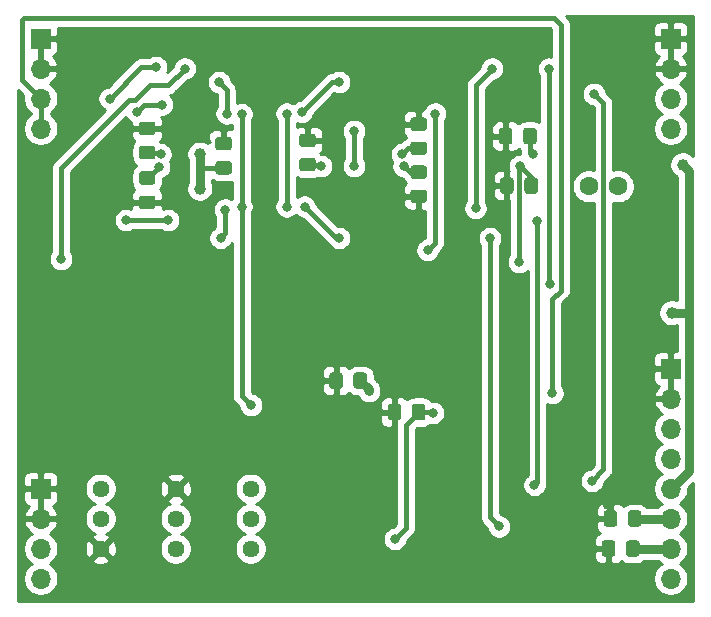
<source format=gbr>
G04 #@! TF.GenerationSoftware,KiCad,Pcbnew,5.1.6-c6e7f7d~87~ubuntu18.04.1*
G04 #@! TF.CreationDate,2020-08-19T11:53:39-04:00*
G04 #@! TF.ProjectId,four_pole_lpf,666f7572-5f70-46f6-9c65-5f6c70662e6b,rev?*
G04 #@! TF.SameCoordinates,Original*
G04 #@! TF.FileFunction,Copper,L2,Bot*
G04 #@! TF.FilePolarity,Positive*
%FSLAX46Y46*%
G04 Gerber Fmt 4.6, Leading zero omitted, Abs format (unit mm)*
G04 Created by KiCad (PCBNEW 5.1.6-c6e7f7d~87~ubuntu18.04.1) date 2020-08-19 11:53:39*
%MOMM*%
%LPD*%
G01*
G04 APERTURE LIST*
G04 #@! TA.AperFunction,ComponentPad*
%ADD10C,1.600000*%
G04 #@! TD*
G04 #@! TA.AperFunction,ComponentPad*
%ADD11C,1.440000*%
G04 #@! TD*
G04 #@! TA.AperFunction,ComponentPad*
%ADD12O,1.700000X1.700000*%
G04 #@! TD*
G04 #@! TA.AperFunction,ComponentPad*
%ADD13R,1.700000X1.700000*%
G04 #@! TD*
G04 #@! TA.AperFunction,ViaPad*
%ADD14C,0.800000*%
G04 #@! TD*
G04 #@! TA.AperFunction,ViaPad*
%ADD15C,1.000000*%
G04 #@! TD*
G04 #@! TA.AperFunction,Conductor*
%ADD16C,0.400000*%
G04 #@! TD*
G04 #@! TA.AperFunction,Conductor*
%ADD17C,0.750000*%
G04 #@! TD*
G04 #@! TA.AperFunction,Conductor*
%ADD18C,0.254000*%
G04 #@! TD*
G04 APERTURE END LIST*
D10*
X142875000Y-81089500D03*
X140375000Y-81089500D03*
D11*
X111760000Y-106680000D03*
X111760000Y-109220000D03*
X111760000Y-111760000D03*
X105410000Y-106680000D03*
X105410000Y-109220000D03*
X105410000Y-111760000D03*
X99060000Y-106680000D03*
X99060000Y-109220000D03*
X99060000Y-111760000D03*
D12*
X147320000Y-114300000D03*
X147320000Y-111760000D03*
X147320000Y-109220000D03*
X147320000Y-106680000D03*
X147320000Y-104140000D03*
X147320000Y-101600000D03*
X147320000Y-99060000D03*
D13*
X147320000Y-96520000D03*
D12*
X147320000Y-76200000D03*
X147320000Y-73660000D03*
X147320000Y-71120000D03*
D13*
X147320000Y-68580000D03*
D12*
X93980000Y-114300000D03*
X93980000Y-111760000D03*
X93980000Y-109220000D03*
D13*
X93980000Y-106680000D03*
D12*
X93980000Y-76200000D03*
X93980000Y-73660000D03*
X93980000Y-71120000D03*
D13*
X93980000Y-68580000D03*
G04 #@! TA.AperFunction,SMDPad,CuDef*
G36*
G01*
X120465000Y-97986001D02*
X120465000Y-97085999D01*
G75*
G02*
X120714999Y-96836000I249999J0D01*
G01*
X121365001Y-96836000D01*
G75*
G02*
X121615000Y-97085999I0J-249999D01*
G01*
X121615000Y-97986001D01*
G75*
G02*
X121365001Y-98236000I-249999J0D01*
G01*
X120714999Y-98236000D01*
G75*
G02*
X120465000Y-97986001I0J249999D01*
G01*
G37*
G04 #@! TD.AperFunction*
G04 #@! TA.AperFunction,SMDPad,CuDef*
G36*
G01*
X118415000Y-97986001D02*
X118415000Y-97085999D01*
G75*
G02*
X118664999Y-96836000I249999J0D01*
G01*
X119315001Y-96836000D01*
G75*
G02*
X119565000Y-97085999I0J-249999D01*
G01*
X119565000Y-97986001D01*
G75*
G02*
X119315001Y-98236000I-249999J0D01*
G01*
X118664999Y-98236000D01*
G75*
G02*
X118415000Y-97986001I0J249999D01*
G01*
G37*
G04 #@! TD.AperFunction*
G04 #@! TA.AperFunction,SMDPad,CuDef*
G36*
G01*
X124509000Y-99752999D02*
X124509000Y-100653001D01*
G75*
G02*
X124259001Y-100903000I-249999J0D01*
G01*
X123608999Y-100903000D01*
G75*
G02*
X123359000Y-100653001I0J249999D01*
G01*
X123359000Y-99752999D01*
G75*
G02*
X123608999Y-99503000I249999J0D01*
G01*
X124259001Y-99503000D01*
G75*
G02*
X124509000Y-99752999I0J-249999D01*
G01*
G37*
G04 #@! TD.AperFunction*
G04 #@! TA.AperFunction,SMDPad,CuDef*
G36*
G01*
X126559000Y-99752999D02*
X126559000Y-100653001D01*
G75*
G02*
X126309001Y-100903000I-249999J0D01*
G01*
X125658999Y-100903000D01*
G75*
G02*
X125409000Y-100653001I0J249999D01*
G01*
X125409000Y-99752999D01*
G75*
G02*
X125658999Y-99503000I249999J0D01*
G01*
X126309001Y-99503000D01*
G75*
G02*
X126559000Y-99752999I0J-249999D01*
G01*
G37*
G04 #@! TD.AperFunction*
G04 #@! TA.AperFunction,SMDPad,CuDef*
G36*
G01*
X134825000Y-77285001D02*
X134825000Y-76384999D01*
G75*
G02*
X135074999Y-76135000I249999J0D01*
G01*
X135725001Y-76135000D01*
G75*
G02*
X135975000Y-76384999I0J-249999D01*
G01*
X135975000Y-77285001D01*
G75*
G02*
X135725001Y-77535000I-249999J0D01*
G01*
X135074999Y-77535000D01*
G75*
G02*
X134825000Y-77285001I0J249999D01*
G01*
G37*
G04 #@! TD.AperFunction*
G04 #@! TA.AperFunction,SMDPad,CuDef*
G36*
G01*
X132775000Y-77285001D02*
X132775000Y-76384999D01*
G75*
G02*
X133024999Y-76135000I249999J0D01*
G01*
X133675001Y-76135000D01*
G75*
G02*
X133925000Y-76384999I0J-249999D01*
G01*
X133925000Y-77285001D01*
G75*
G02*
X133675001Y-77535000I-249999J0D01*
G01*
X133024999Y-77535000D01*
G75*
G02*
X132775000Y-77285001I0J249999D01*
G01*
G37*
G04 #@! TD.AperFunction*
G04 #@! TA.AperFunction,SMDPad,CuDef*
G36*
G01*
X134034000Y-80575999D02*
X134034000Y-81476001D01*
G75*
G02*
X133784001Y-81726000I-249999J0D01*
G01*
X133133999Y-81726000D01*
G75*
G02*
X132884000Y-81476001I0J249999D01*
G01*
X132884000Y-80575999D01*
G75*
G02*
X133133999Y-80326000I249999J0D01*
G01*
X133784001Y-80326000D01*
G75*
G02*
X134034000Y-80575999I0J-249999D01*
G01*
G37*
G04 #@! TD.AperFunction*
G04 #@! TA.AperFunction,SMDPad,CuDef*
G36*
G01*
X136084000Y-80575999D02*
X136084000Y-81476001D01*
G75*
G02*
X135834001Y-81726000I-249999J0D01*
G01*
X135183999Y-81726000D01*
G75*
G02*
X134934000Y-81476001I0J249999D01*
G01*
X134934000Y-80575999D01*
G75*
G02*
X135183999Y-80326000I249999J0D01*
G01*
X135834001Y-80326000D01*
G75*
G02*
X136084000Y-80575999I0J-249999D01*
G01*
G37*
G04 #@! TD.AperFunction*
G04 #@! TA.AperFunction,SMDPad,CuDef*
G36*
G01*
X125533999Y-77294000D02*
X126434001Y-77294000D01*
G75*
G02*
X126684000Y-77543999I0J-249999D01*
G01*
X126684000Y-78194001D01*
G75*
G02*
X126434001Y-78444000I-249999J0D01*
G01*
X125533999Y-78444000D01*
G75*
G02*
X125284000Y-78194001I0J249999D01*
G01*
X125284000Y-77543999D01*
G75*
G02*
X125533999Y-77294000I249999J0D01*
G01*
G37*
G04 #@! TD.AperFunction*
G04 #@! TA.AperFunction,SMDPad,CuDef*
G36*
G01*
X125533999Y-75244000D02*
X126434001Y-75244000D01*
G75*
G02*
X126684000Y-75493999I0J-249999D01*
G01*
X126684000Y-76144001D01*
G75*
G02*
X126434001Y-76394000I-249999J0D01*
G01*
X125533999Y-76394000D01*
G75*
G02*
X125284000Y-76144001I0J249999D01*
G01*
X125284000Y-75493999D01*
G75*
G02*
X125533999Y-75244000I249999J0D01*
G01*
G37*
G04 #@! TD.AperFunction*
G04 #@! TA.AperFunction,SMDPad,CuDef*
G36*
G01*
X125533999Y-81358000D02*
X126434001Y-81358000D01*
G75*
G02*
X126684000Y-81607999I0J-249999D01*
G01*
X126684000Y-82258001D01*
G75*
G02*
X126434001Y-82508000I-249999J0D01*
G01*
X125533999Y-82508000D01*
G75*
G02*
X125284000Y-82258001I0J249999D01*
G01*
X125284000Y-81607999D01*
G75*
G02*
X125533999Y-81358000I249999J0D01*
G01*
G37*
G04 #@! TD.AperFunction*
G04 #@! TA.AperFunction,SMDPad,CuDef*
G36*
G01*
X125533999Y-79308000D02*
X126434001Y-79308000D01*
G75*
G02*
X126684000Y-79557999I0J-249999D01*
G01*
X126684000Y-80208001D01*
G75*
G02*
X126434001Y-80458000I-249999J0D01*
G01*
X125533999Y-80458000D01*
G75*
G02*
X125284000Y-80208001I0J249999D01*
G01*
X125284000Y-79557999D01*
G75*
G02*
X125533999Y-79308000I249999J0D01*
G01*
G37*
G04 #@! TD.AperFunction*
G04 #@! TA.AperFunction,SMDPad,CuDef*
G36*
G01*
X102546999Y-77657000D02*
X103447001Y-77657000D01*
G75*
G02*
X103697000Y-77906999I0J-249999D01*
G01*
X103697000Y-78557001D01*
G75*
G02*
X103447001Y-78807000I-249999J0D01*
G01*
X102546999Y-78807000D01*
G75*
G02*
X102297000Y-78557001I0J249999D01*
G01*
X102297000Y-77906999D01*
G75*
G02*
X102546999Y-77657000I249999J0D01*
G01*
G37*
G04 #@! TD.AperFunction*
G04 #@! TA.AperFunction,SMDPad,CuDef*
G36*
G01*
X102546999Y-75607000D02*
X103447001Y-75607000D01*
G75*
G02*
X103697000Y-75856999I0J-249999D01*
G01*
X103697000Y-76507001D01*
G75*
G02*
X103447001Y-76757000I-249999J0D01*
G01*
X102546999Y-76757000D01*
G75*
G02*
X102297000Y-76507001I0J249999D01*
G01*
X102297000Y-75856999D01*
G75*
G02*
X102546999Y-75607000I249999J0D01*
G01*
G37*
G04 #@! TD.AperFunction*
G04 #@! TA.AperFunction,SMDPad,CuDef*
G36*
G01*
X102546999Y-81866000D02*
X103447001Y-81866000D01*
G75*
G02*
X103697000Y-82115999I0J-249999D01*
G01*
X103697000Y-82766001D01*
G75*
G02*
X103447001Y-83016000I-249999J0D01*
G01*
X102546999Y-83016000D01*
G75*
G02*
X102297000Y-82766001I0J249999D01*
G01*
X102297000Y-82115999D01*
G75*
G02*
X102546999Y-81866000I249999J0D01*
G01*
G37*
G04 #@! TD.AperFunction*
G04 #@! TA.AperFunction,SMDPad,CuDef*
G36*
G01*
X102546999Y-79816000D02*
X103447001Y-79816000D01*
G75*
G02*
X103697000Y-80065999I0J-249999D01*
G01*
X103697000Y-80716001D01*
G75*
G02*
X103447001Y-80966000I-249999J0D01*
G01*
X102546999Y-80966000D01*
G75*
G02*
X102297000Y-80716001I0J249999D01*
G01*
X102297000Y-80065999D01*
G75*
G02*
X102546999Y-79816000I249999J0D01*
G01*
G37*
G04 #@! TD.AperFunction*
G04 #@! TA.AperFunction,SMDPad,CuDef*
G36*
G01*
X109023999Y-78945000D02*
X109924001Y-78945000D01*
G75*
G02*
X110174000Y-79194999I0J-249999D01*
G01*
X110174000Y-79845001D01*
G75*
G02*
X109924001Y-80095000I-249999J0D01*
G01*
X109023999Y-80095000D01*
G75*
G02*
X108774000Y-79845001I0J249999D01*
G01*
X108774000Y-79194999D01*
G75*
G02*
X109023999Y-78945000I249999J0D01*
G01*
G37*
G04 #@! TD.AperFunction*
G04 #@! TA.AperFunction,SMDPad,CuDef*
G36*
G01*
X109023999Y-76895000D02*
X109924001Y-76895000D01*
G75*
G02*
X110174000Y-77144999I0J-249999D01*
G01*
X110174000Y-77795001D01*
G75*
G02*
X109924001Y-78045000I-249999J0D01*
G01*
X109023999Y-78045000D01*
G75*
G02*
X108774000Y-77795001I0J249999D01*
G01*
X108774000Y-77144999D01*
G75*
G02*
X109023999Y-76895000I249999J0D01*
G01*
G37*
G04 #@! TD.AperFunction*
G04 #@! TA.AperFunction,SMDPad,CuDef*
G36*
G01*
X117036001Y-77773000D02*
X116135999Y-77773000D01*
G75*
G02*
X115886000Y-77523001I0J249999D01*
G01*
X115886000Y-76872999D01*
G75*
G02*
X116135999Y-76623000I249999J0D01*
G01*
X117036001Y-76623000D01*
G75*
G02*
X117286000Y-76872999I0J-249999D01*
G01*
X117286000Y-77523001D01*
G75*
G02*
X117036001Y-77773000I-249999J0D01*
G01*
G37*
G04 #@! TD.AperFunction*
G04 #@! TA.AperFunction,SMDPad,CuDef*
G36*
G01*
X117036001Y-79823000D02*
X116135999Y-79823000D01*
G75*
G02*
X115886000Y-79573001I0J249999D01*
G01*
X115886000Y-78922999D01*
G75*
G02*
X116135999Y-78673000I249999J0D01*
G01*
X117036001Y-78673000D01*
G75*
G02*
X117286000Y-78922999I0J-249999D01*
G01*
X117286000Y-79573001D01*
G75*
G02*
X117036001Y-79823000I-249999J0D01*
G01*
G37*
G04 #@! TD.AperFunction*
G04 #@! TA.AperFunction,SMDPad,CuDef*
G36*
G01*
X143697000Y-109670001D02*
X143697000Y-108769999D01*
G75*
G02*
X143946999Y-108520000I249999J0D01*
G01*
X144597001Y-108520000D01*
G75*
G02*
X144847000Y-108769999I0J-249999D01*
G01*
X144847000Y-109670001D01*
G75*
G02*
X144597001Y-109920000I-249999J0D01*
G01*
X143946999Y-109920000D01*
G75*
G02*
X143697000Y-109670001I0J249999D01*
G01*
G37*
G04 #@! TD.AperFunction*
G04 #@! TA.AperFunction,SMDPad,CuDef*
G36*
G01*
X141647000Y-109670001D02*
X141647000Y-108769999D01*
G75*
G02*
X141896999Y-108520000I249999J0D01*
G01*
X142547001Y-108520000D01*
G75*
G02*
X142797000Y-108769999I0J-249999D01*
G01*
X142797000Y-109670001D01*
G75*
G02*
X142547001Y-109920000I-249999J0D01*
G01*
X141896999Y-109920000D01*
G75*
G02*
X141647000Y-109670001I0J249999D01*
G01*
G37*
G04 #@! TD.AperFunction*
G04 #@! TA.AperFunction,SMDPad,CuDef*
G36*
G01*
X142637200Y-111309999D02*
X142637200Y-112210001D01*
G75*
G02*
X142387201Y-112460000I-249999J0D01*
G01*
X141737199Y-112460000D01*
G75*
G02*
X141487200Y-112210001I0J249999D01*
G01*
X141487200Y-111309999D01*
G75*
G02*
X141737199Y-111060000I249999J0D01*
G01*
X142387201Y-111060000D01*
G75*
G02*
X142637200Y-111309999I0J-249999D01*
G01*
G37*
G04 #@! TD.AperFunction*
G04 #@! TA.AperFunction,SMDPad,CuDef*
G36*
G01*
X144687200Y-111309999D02*
X144687200Y-112210001D01*
G75*
G02*
X144437201Y-112460000I-249999J0D01*
G01*
X143787199Y-112460000D01*
G75*
G02*
X143537200Y-112210001I0J249999D01*
G01*
X143537200Y-111309999D01*
G75*
G02*
X143787199Y-111060000I249999J0D01*
G01*
X144437201Y-111060000D01*
G75*
G02*
X144687200Y-111309999I0J-249999D01*
G01*
G37*
G04 #@! TD.AperFunction*
D14*
X120523000Y-76390500D03*
X120523000Y-79375000D03*
X134502000Y-87512000D03*
X134556500Y-79375000D03*
X117729000Y-79375000D03*
X104004799Y-79434001D03*
X124714000Y-79375000D03*
X127189000Y-100265000D03*
X123977400Y-110947200D03*
D15*
X114173000Y-72263000D03*
X119888000Y-81026000D03*
X114173000Y-85471000D03*
X105918000Y-76200000D03*
X129159000Y-76454000D03*
X128905000Y-87503000D03*
X123698000Y-74676000D03*
X97790000Y-96774000D03*
X126238000Y-105156000D03*
X121031000Y-102235000D03*
X143764000Y-90551000D03*
X138557000Y-93218000D03*
X133985000Y-93218000D03*
X129667000Y-93599000D03*
X138557000Y-97536000D03*
X133858000Y-97536000D03*
X127508000Y-101727000D03*
X142240000Y-115570000D03*
X128905000Y-115570000D03*
X113665000Y-115570000D03*
X98425000Y-86360000D03*
X97790000Y-81915000D03*
X142036800Y-108000800D03*
X142900400Y-101904800D03*
X107442000Y-81280000D03*
X107442000Y-78359000D03*
X148336000Y-79248000D03*
X147421600Y-91795600D03*
D14*
X104140000Y-78359000D03*
X124587000Y-78359000D03*
X135636000Y-78359000D03*
X121793000Y-98425000D03*
X104267000Y-74168000D03*
X102108000Y-74752000D03*
X127381000Y-74929996D03*
X126746000Y-86487000D03*
X130810000Y-82931000D03*
X132207000Y-71120000D03*
X104775000Y-83947000D03*
X101219000Y-83947000D03*
X137033000Y-71120000D03*
X137096498Y-89344500D03*
X110998000Y-82803996D03*
X110998000Y-74968010D03*
X114808000Y-74930000D03*
X114808000Y-82804000D03*
X111810800Y-99618800D03*
X106184700Y-71120000D03*
X95707200Y-87261700D03*
X140665200Y-106019600D03*
X140817600Y-73253600D03*
X136042400Y-84023200D03*
X135788400Y-106375200D03*
X132012800Y-85462000D03*
X132791200Y-109880400D03*
X109728000Y-74930000D03*
X109102002Y-72272000D03*
X116078000Y-74803000D03*
X119262000Y-72272000D03*
X116332000Y-82804000D03*
X119261996Y-85462000D03*
X109601000Y-83058000D03*
X109211002Y-85462000D03*
X103759000Y-70993000D03*
X99822000Y-73660000D03*
X137312400Y-98602800D03*
D16*
X120523000Y-76390500D02*
X120523000Y-79375000D01*
X134502000Y-87512000D02*
X134502000Y-79429500D01*
X134502000Y-79429500D02*
X134556500Y-79375000D01*
X117602000Y-79248000D02*
X117729000Y-79375000D01*
X116586000Y-79248000D02*
X117602000Y-79248000D01*
X102997000Y-80391000D02*
X103047800Y-80391000D01*
X103047800Y-80391000D02*
X104004799Y-79434001D01*
X125222000Y-79883000D02*
X124714000Y-79375000D01*
X125984000Y-79883000D02*
X125222000Y-79883000D01*
X135509000Y-80327500D02*
X134556500Y-79375000D01*
X135509000Y-81026000D02*
X135509000Y-80327500D01*
X127127000Y-100203000D02*
X127189000Y-100265000D01*
X125984000Y-100203000D02*
X127127000Y-100203000D01*
D17*
X144290000Y-111760000D02*
X147320000Y-111760000D01*
D16*
X124909010Y-101277990D02*
X125984000Y-100203000D01*
X124909010Y-110015590D02*
X124909010Y-101277990D01*
X123977400Y-110947200D02*
X124909010Y-110015590D01*
D17*
X148835999Y-105164001D02*
X147320000Y-106680000D01*
X148336000Y-79248000D02*
X148835999Y-79747999D01*
X148835999Y-92701999D02*
X148835999Y-105164001D01*
X147421600Y-91795600D02*
X148590000Y-91795600D01*
X148835999Y-79747999D02*
X148835999Y-92041599D01*
X148590000Y-91795600D02*
X148835999Y-92041599D01*
X148835999Y-92041599D02*
X148835999Y-92701999D01*
D16*
X107460000Y-79520000D02*
X107442000Y-79502000D01*
X109474000Y-79520000D02*
X107460000Y-79520000D01*
D17*
X107442000Y-81280000D02*
X107442000Y-79502000D01*
X107442000Y-79502000D02*
X107442000Y-78359000D01*
D16*
X104013000Y-78232000D02*
X104140000Y-78359000D01*
X102997000Y-78232000D02*
X104013000Y-78232000D01*
X125077000Y-77869000D02*
X124587000Y-78359000D01*
X125984000Y-77869000D02*
X125077000Y-77869000D01*
X135400000Y-78123000D02*
X135636000Y-78359000D01*
X135400000Y-76835000D02*
X135400000Y-78123000D01*
X121040000Y-97536000D02*
X121040000Y-97672000D01*
D17*
X144272000Y-109220000D02*
X147320000Y-109220000D01*
X121793000Y-98289000D02*
X121040000Y-97536000D01*
X121793000Y-98425000D02*
X121793000Y-98289000D01*
D16*
X104267000Y-74168000D02*
X102692000Y-74168000D01*
X102692000Y-74168000D02*
X102108000Y-74752000D01*
X127381000Y-85852000D02*
X127381000Y-74929996D01*
X126746000Y-86487000D02*
X127381000Y-85852000D01*
X130810000Y-82931000D02*
X130810000Y-72517000D01*
X130810000Y-72517000D02*
X132207000Y-71120000D01*
X104775000Y-83947000D02*
X101219000Y-83947000D01*
X137033000Y-89281002D02*
X137096498Y-89344500D01*
X137033000Y-71120000D02*
X137033000Y-89281002D01*
X110998000Y-82803996D02*
X110998000Y-74968010D01*
X114808000Y-74930000D02*
X114808000Y-82804000D01*
X110998000Y-82803996D02*
X110998000Y-98806000D01*
X110998000Y-98806000D02*
X111810800Y-99618800D01*
X106184700Y-71120000D02*
X104762300Y-72542400D01*
X104762300Y-72542400D02*
X103225600Y-72542400D01*
X103225600Y-72542400D02*
X101993700Y-73774300D01*
X101993700Y-73774300D02*
X101485700Y-73774300D01*
X101485700Y-73774300D02*
X95707200Y-79552800D01*
X95707200Y-79552800D02*
X95707200Y-87261700D01*
X140665200Y-106019600D02*
X141630400Y-105054400D01*
X141630400Y-74066400D02*
X140817600Y-73253600D01*
X141630400Y-105054400D02*
X141630400Y-74066400D01*
X136042400Y-84023200D02*
X136042400Y-106121200D01*
X136042400Y-106121200D02*
X135788400Y-106375200D01*
X132012800Y-109102000D02*
X132791200Y-109880400D01*
X132012800Y-85462000D02*
X132012800Y-109102000D01*
X109728000Y-72897998D02*
X109102002Y-72272000D01*
X109728000Y-74930000D02*
X109728000Y-72897998D01*
X116078000Y-74803000D02*
X118609000Y-72272000D01*
X118609000Y-72272000D02*
X119262000Y-72272000D01*
X118990000Y-85462000D02*
X119261996Y-85462000D01*
X116332000Y-82804000D02*
X118990000Y-85462000D01*
X109601000Y-85072002D02*
X109211002Y-85462000D01*
X109601000Y-83058000D02*
X109601000Y-85072002D01*
X93980000Y-73660000D02*
X93980000Y-76200000D01*
X102489000Y-70993000D02*
X99822000Y-73660000D01*
X103759000Y-70993000D02*
X102489000Y-70993000D01*
X137312400Y-98602800D02*
X137312400Y-90627200D01*
X137312400Y-90627200D02*
X138023600Y-89916000D01*
X138023600Y-89916000D02*
X138023600Y-67411600D01*
X138023600Y-67411600D02*
X137464800Y-66852800D01*
X137464800Y-66852800D02*
X92557600Y-66852800D01*
X92557600Y-66852800D02*
X92405200Y-67005200D01*
X92405200Y-72085200D02*
X93980000Y-73660000D01*
X92405200Y-67005200D02*
X92405200Y-72085200D01*
D18*
G36*
X149200001Y-78506869D02*
G01*
X149059520Y-78366388D01*
X148873624Y-78242176D01*
X148667067Y-78156617D01*
X148447788Y-78113000D01*
X148224212Y-78113000D01*
X148004933Y-78156617D01*
X147798376Y-78242176D01*
X147612480Y-78366388D01*
X147454388Y-78524480D01*
X147330176Y-78710376D01*
X147244617Y-78916933D01*
X147201000Y-79136212D01*
X147201000Y-79359788D01*
X147244617Y-79579067D01*
X147330176Y-79785624D01*
X147454388Y-79971520D01*
X147612480Y-80129612D01*
X147798376Y-80253824D01*
X147825999Y-80265266D01*
X147826000Y-90734593D01*
X147752667Y-90704217D01*
X147533388Y-90660600D01*
X147309812Y-90660600D01*
X147090533Y-90704217D01*
X146883976Y-90789776D01*
X146698080Y-90913988D01*
X146539988Y-91072080D01*
X146415776Y-91257976D01*
X146330217Y-91464533D01*
X146286600Y-91683812D01*
X146286600Y-91907388D01*
X146330217Y-92126667D01*
X146415776Y-92333224D01*
X146539988Y-92519120D01*
X146698080Y-92677212D01*
X146883976Y-92801424D01*
X147090533Y-92886983D01*
X147309812Y-92930600D01*
X147533388Y-92930600D01*
X147752667Y-92886983D01*
X147825999Y-92856608D01*
X147825999Y-95033801D01*
X147605750Y-95035000D01*
X147447000Y-95193750D01*
X147447000Y-96393000D01*
X147467000Y-96393000D01*
X147467000Y-96647000D01*
X147447000Y-96647000D01*
X147447000Y-98933000D01*
X147467000Y-98933000D01*
X147467000Y-99187000D01*
X147447000Y-99187000D01*
X147447000Y-99207000D01*
X147193000Y-99207000D01*
X147193000Y-99187000D01*
X145999845Y-99187000D01*
X145878524Y-99416890D01*
X145923175Y-99564099D01*
X146048359Y-99826920D01*
X146222412Y-100060269D01*
X146438645Y-100255178D01*
X146555534Y-100324805D01*
X146373368Y-100446525D01*
X146166525Y-100653368D01*
X146004010Y-100896589D01*
X145892068Y-101166842D01*
X145835000Y-101453740D01*
X145835000Y-101746260D01*
X145892068Y-102033158D01*
X146004010Y-102303411D01*
X146166525Y-102546632D01*
X146373368Y-102753475D01*
X146547760Y-102870000D01*
X146373368Y-102986525D01*
X146166525Y-103193368D01*
X146004010Y-103436589D01*
X145892068Y-103706842D01*
X145835000Y-103993740D01*
X145835000Y-104286260D01*
X145892068Y-104573158D01*
X146004010Y-104843411D01*
X146166525Y-105086632D01*
X146373368Y-105293475D01*
X146547760Y-105410000D01*
X146373368Y-105526525D01*
X146166525Y-105733368D01*
X146004010Y-105976589D01*
X145892068Y-106246842D01*
X145835000Y-106533740D01*
X145835000Y-106826260D01*
X145892068Y-107113158D01*
X146004010Y-107383411D01*
X146166525Y-107626632D01*
X146373368Y-107833475D01*
X146547760Y-107950000D01*
X146373368Y-108066525D01*
X146229893Y-108210000D01*
X145280737Y-108210000D01*
X145224962Y-108142038D01*
X145090387Y-108031595D01*
X144936851Y-107949528D01*
X144770255Y-107898992D01*
X144597001Y-107881928D01*
X143946999Y-107881928D01*
X143773745Y-107898992D01*
X143607149Y-107949528D01*
X143453613Y-108031595D01*
X143319038Y-108142038D01*
X143313658Y-108148594D01*
X143248185Y-108068815D01*
X143151494Y-107989463D01*
X143041180Y-107930498D01*
X142921482Y-107894188D01*
X142797000Y-107881928D01*
X142507750Y-107885000D01*
X142349000Y-108043750D01*
X142349000Y-109093000D01*
X142369000Y-109093000D01*
X142369000Y-109347000D01*
X142349000Y-109347000D01*
X142349000Y-109367000D01*
X142095000Y-109367000D01*
X142095000Y-109347000D01*
X141170750Y-109347000D01*
X141012000Y-109505750D01*
X141008928Y-109920000D01*
X141021188Y-110044482D01*
X141057498Y-110164180D01*
X141116463Y-110274494D01*
X141195815Y-110371185D01*
X141292506Y-110450537D01*
X141298413Y-110453695D01*
X141243020Y-110470498D01*
X141132706Y-110529463D01*
X141036015Y-110608815D01*
X140956663Y-110705506D01*
X140897698Y-110815820D01*
X140861388Y-110935518D01*
X140849128Y-111060000D01*
X140852200Y-111474250D01*
X141010950Y-111633000D01*
X141935200Y-111633000D01*
X141935200Y-111613000D01*
X142189200Y-111613000D01*
X142189200Y-111633000D01*
X142209200Y-111633000D01*
X142209200Y-111887000D01*
X142189200Y-111887000D01*
X142189200Y-112936250D01*
X142347950Y-113095000D01*
X142637200Y-113098072D01*
X142761682Y-113085812D01*
X142881380Y-113049502D01*
X142991694Y-112990537D01*
X143088385Y-112911185D01*
X143153858Y-112831406D01*
X143159238Y-112837962D01*
X143293813Y-112948405D01*
X143447349Y-113030472D01*
X143613945Y-113081008D01*
X143787199Y-113098072D01*
X144437201Y-113098072D01*
X144610455Y-113081008D01*
X144777051Y-113030472D01*
X144930587Y-112948405D01*
X145065162Y-112837962D01*
X145120937Y-112770000D01*
X146229893Y-112770000D01*
X146373368Y-112913475D01*
X146547760Y-113030000D01*
X146373368Y-113146525D01*
X146166525Y-113353368D01*
X146004010Y-113596589D01*
X145892068Y-113866842D01*
X145835000Y-114153740D01*
X145835000Y-114446260D01*
X145892068Y-114733158D01*
X146004010Y-115003411D01*
X146166525Y-115246632D01*
X146373368Y-115453475D01*
X146616589Y-115615990D01*
X146886842Y-115727932D01*
X147173740Y-115785000D01*
X147466260Y-115785000D01*
X147753158Y-115727932D01*
X148023411Y-115615990D01*
X148266632Y-115453475D01*
X148473475Y-115246632D01*
X148635990Y-115003411D01*
X148747932Y-114733158D01*
X148805000Y-114446260D01*
X148805000Y-114153740D01*
X148747932Y-113866842D01*
X148635990Y-113596589D01*
X148473475Y-113353368D01*
X148266632Y-113146525D01*
X148092240Y-113030000D01*
X148266632Y-112913475D01*
X148473475Y-112706632D01*
X148635990Y-112463411D01*
X148747932Y-112193158D01*
X148805000Y-111906260D01*
X148805000Y-111613740D01*
X148747932Y-111326842D01*
X148635990Y-111056589D01*
X148473475Y-110813368D01*
X148266632Y-110606525D01*
X148092240Y-110490000D01*
X148266632Y-110373475D01*
X148473475Y-110166632D01*
X148635990Y-109923411D01*
X148747932Y-109653158D01*
X148805000Y-109366260D01*
X148805000Y-109073740D01*
X148747932Y-108786842D01*
X148635990Y-108516589D01*
X148473475Y-108273368D01*
X148266632Y-108066525D01*
X148092240Y-107950000D01*
X148266632Y-107833475D01*
X148473475Y-107626632D01*
X148635990Y-107383411D01*
X148747932Y-107113158D01*
X148805000Y-106826260D01*
X148805000Y-106623355D01*
X149200000Y-106228355D01*
X149200000Y-116180000D01*
X92100000Y-116180000D01*
X92100000Y-111613740D01*
X92495000Y-111613740D01*
X92495000Y-111906260D01*
X92552068Y-112193158D01*
X92664010Y-112463411D01*
X92826525Y-112706632D01*
X93033368Y-112913475D01*
X93207760Y-113030000D01*
X93033368Y-113146525D01*
X92826525Y-113353368D01*
X92664010Y-113596589D01*
X92552068Y-113866842D01*
X92495000Y-114153740D01*
X92495000Y-114446260D01*
X92552068Y-114733158D01*
X92664010Y-115003411D01*
X92826525Y-115246632D01*
X93033368Y-115453475D01*
X93276589Y-115615990D01*
X93546842Y-115727932D01*
X93833740Y-115785000D01*
X94126260Y-115785000D01*
X94413158Y-115727932D01*
X94683411Y-115615990D01*
X94926632Y-115453475D01*
X95133475Y-115246632D01*
X95295990Y-115003411D01*
X95407932Y-114733158D01*
X95465000Y-114446260D01*
X95465000Y-114153740D01*
X95407932Y-113866842D01*
X95295990Y-113596589D01*
X95133475Y-113353368D01*
X94926632Y-113146525D01*
X94752240Y-113030000D01*
X94926632Y-112913475D01*
X95133475Y-112706632D01*
X95140873Y-112695560D01*
X98304045Y-112695560D01*
X98365932Y-112931368D01*
X98607790Y-113044266D01*
X98867027Y-113107811D01*
X99133680Y-113119561D01*
X99397501Y-113079063D01*
X99648353Y-112987875D01*
X99754068Y-112931368D01*
X99815955Y-112695560D01*
X99060000Y-111939605D01*
X98304045Y-112695560D01*
X95140873Y-112695560D01*
X95295990Y-112463411D01*
X95407932Y-112193158D01*
X95465000Y-111906260D01*
X95465000Y-111833680D01*
X97700439Y-111833680D01*
X97740937Y-112097501D01*
X97832125Y-112348353D01*
X97888632Y-112454068D01*
X98124440Y-112515955D01*
X98880395Y-111760000D01*
X99239605Y-111760000D01*
X99995560Y-112515955D01*
X100231368Y-112454068D01*
X100344266Y-112212210D01*
X100407811Y-111952973D01*
X100419561Y-111686320D01*
X100379063Y-111422499D01*
X100287875Y-111171647D01*
X100231368Y-111065932D01*
X99995560Y-111004045D01*
X99239605Y-111760000D01*
X98880395Y-111760000D01*
X98124440Y-111004045D01*
X97888632Y-111065932D01*
X97775734Y-111307790D01*
X97712189Y-111567027D01*
X97700439Y-111833680D01*
X95465000Y-111833680D01*
X95465000Y-111613740D01*
X95407932Y-111326842D01*
X95295990Y-111056589D01*
X95133475Y-110813368D01*
X94926632Y-110606525D01*
X94744466Y-110484805D01*
X94861355Y-110415178D01*
X95077588Y-110220269D01*
X95251641Y-109986920D01*
X95376825Y-109724099D01*
X95421476Y-109576890D01*
X95300155Y-109347000D01*
X94107000Y-109347000D01*
X94107000Y-109367000D01*
X93853000Y-109367000D01*
X93853000Y-109347000D01*
X92659845Y-109347000D01*
X92538524Y-109576890D01*
X92583175Y-109724099D01*
X92708359Y-109986920D01*
X92882412Y-110220269D01*
X93098645Y-110415178D01*
X93215534Y-110484805D01*
X93033368Y-110606525D01*
X92826525Y-110813368D01*
X92664010Y-111056589D01*
X92552068Y-111326842D01*
X92495000Y-111613740D01*
X92100000Y-111613740D01*
X92100000Y-107530000D01*
X92491928Y-107530000D01*
X92504188Y-107654482D01*
X92540498Y-107774180D01*
X92599463Y-107884494D01*
X92678815Y-107981185D01*
X92775506Y-108060537D01*
X92885820Y-108119502D01*
X92966466Y-108143966D01*
X92882412Y-108219731D01*
X92708359Y-108453080D01*
X92583175Y-108715901D01*
X92538524Y-108863110D01*
X92659845Y-109093000D01*
X93853000Y-109093000D01*
X93853000Y-106807000D01*
X94107000Y-106807000D01*
X94107000Y-109093000D01*
X95300155Y-109093000D01*
X95421476Y-108863110D01*
X95376825Y-108715901D01*
X95251641Y-108453080D01*
X95077588Y-108219731D01*
X94993534Y-108143966D01*
X95074180Y-108119502D01*
X95184494Y-108060537D01*
X95281185Y-107981185D01*
X95360537Y-107884494D01*
X95419502Y-107774180D01*
X95455812Y-107654482D01*
X95468072Y-107530000D01*
X95465000Y-106965750D01*
X95306250Y-106807000D01*
X94107000Y-106807000D01*
X93853000Y-106807000D01*
X92653750Y-106807000D01*
X92495000Y-106965750D01*
X92491928Y-107530000D01*
X92100000Y-107530000D01*
X92100000Y-105830000D01*
X92491928Y-105830000D01*
X92495000Y-106394250D01*
X92653750Y-106553000D01*
X93853000Y-106553000D01*
X93853000Y-105353750D01*
X94107000Y-105353750D01*
X94107000Y-106553000D01*
X95306250Y-106553000D01*
X95312706Y-106546544D01*
X97705000Y-106546544D01*
X97705000Y-106813456D01*
X97757072Y-107075239D01*
X97859215Y-107321833D01*
X98007503Y-107543762D01*
X98196238Y-107732497D01*
X98418167Y-107880785D01*
X98585266Y-107950000D01*
X98418167Y-108019215D01*
X98196238Y-108167503D01*
X98007503Y-108356238D01*
X97859215Y-108578167D01*
X97757072Y-108824761D01*
X97705000Y-109086544D01*
X97705000Y-109353456D01*
X97757072Y-109615239D01*
X97859215Y-109861833D01*
X98007503Y-110083762D01*
X98196238Y-110272497D01*
X98418167Y-110420785D01*
X98586324Y-110490438D01*
X98471647Y-110532125D01*
X98365932Y-110588632D01*
X98304045Y-110824440D01*
X99060000Y-111580395D01*
X99815955Y-110824440D01*
X99754068Y-110588632D01*
X99538993Y-110488236D01*
X99701833Y-110420785D01*
X99923762Y-110272497D01*
X100112497Y-110083762D01*
X100260785Y-109861833D01*
X100362928Y-109615239D01*
X100415000Y-109353456D01*
X100415000Y-109086544D01*
X104055000Y-109086544D01*
X104055000Y-109353456D01*
X104107072Y-109615239D01*
X104209215Y-109861833D01*
X104357503Y-110083762D01*
X104546238Y-110272497D01*
X104768167Y-110420785D01*
X104935266Y-110490000D01*
X104768167Y-110559215D01*
X104546238Y-110707503D01*
X104357503Y-110896238D01*
X104209215Y-111118167D01*
X104107072Y-111364761D01*
X104055000Y-111626544D01*
X104055000Y-111893456D01*
X104107072Y-112155239D01*
X104209215Y-112401833D01*
X104357503Y-112623762D01*
X104546238Y-112812497D01*
X104768167Y-112960785D01*
X105014761Y-113062928D01*
X105276544Y-113115000D01*
X105543456Y-113115000D01*
X105805239Y-113062928D01*
X106051833Y-112960785D01*
X106273762Y-112812497D01*
X106462497Y-112623762D01*
X106610785Y-112401833D01*
X106712928Y-112155239D01*
X106765000Y-111893456D01*
X106765000Y-111626544D01*
X106712928Y-111364761D01*
X106610785Y-111118167D01*
X106462497Y-110896238D01*
X106273762Y-110707503D01*
X106051833Y-110559215D01*
X105884734Y-110490000D01*
X106051833Y-110420785D01*
X106273762Y-110272497D01*
X106462497Y-110083762D01*
X106610785Y-109861833D01*
X106712928Y-109615239D01*
X106765000Y-109353456D01*
X106765000Y-109086544D01*
X106712928Y-108824761D01*
X106610785Y-108578167D01*
X106462497Y-108356238D01*
X106273762Y-108167503D01*
X106051833Y-108019215D01*
X105883676Y-107949562D01*
X105998353Y-107907875D01*
X106104068Y-107851368D01*
X106165955Y-107615560D01*
X105410000Y-106859605D01*
X104654045Y-107615560D01*
X104715932Y-107851368D01*
X104931007Y-107951764D01*
X104768167Y-108019215D01*
X104546238Y-108167503D01*
X104357503Y-108356238D01*
X104209215Y-108578167D01*
X104107072Y-108824761D01*
X104055000Y-109086544D01*
X100415000Y-109086544D01*
X100362928Y-108824761D01*
X100260785Y-108578167D01*
X100112497Y-108356238D01*
X99923762Y-108167503D01*
X99701833Y-108019215D01*
X99534734Y-107950000D01*
X99701833Y-107880785D01*
X99923762Y-107732497D01*
X100112497Y-107543762D01*
X100260785Y-107321833D01*
X100362928Y-107075239D01*
X100415000Y-106813456D01*
X100415000Y-106753680D01*
X104050439Y-106753680D01*
X104090937Y-107017501D01*
X104182125Y-107268353D01*
X104238632Y-107374068D01*
X104474440Y-107435955D01*
X105230395Y-106680000D01*
X105589605Y-106680000D01*
X106345560Y-107435955D01*
X106581368Y-107374068D01*
X106694266Y-107132210D01*
X106757811Y-106872973D01*
X106769561Y-106606320D01*
X106760386Y-106546544D01*
X110405000Y-106546544D01*
X110405000Y-106813456D01*
X110457072Y-107075239D01*
X110559215Y-107321833D01*
X110707503Y-107543762D01*
X110896238Y-107732497D01*
X111118167Y-107880785D01*
X111285266Y-107950000D01*
X111118167Y-108019215D01*
X110896238Y-108167503D01*
X110707503Y-108356238D01*
X110559215Y-108578167D01*
X110457072Y-108824761D01*
X110405000Y-109086544D01*
X110405000Y-109353456D01*
X110457072Y-109615239D01*
X110559215Y-109861833D01*
X110707503Y-110083762D01*
X110896238Y-110272497D01*
X111118167Y-110420785D01*
X111285266Y-110490000D01*
X111118167Y-110559215D01*
X110896238Y-110707503D01*
X110707503Y-110896238D01*
X110559215Y-111118167D01*
X110457072Y-111364761D01*
X110405000Y-111626544D01*
X110405000Y-111893456D01*
X110457072Y-112155239D01*
X110559215Y-112401833D01*
X110707503Y-112623762D01*
X110896238Y-112812497D01*
X111118167Y-112960785D01*
X111364761Y-113062928D01*
X111626544Y-113115000D01*
X111893456Y-113115000D01*
X112155239Y-113062928D01*
X112401833Y-112960785D01*
X112623762Y-112812497D01*
X112812497Y-112623762D01*
X112921919Y-112460000D01*
X140849128Y-112460000D01*
X140861388Y-112584482D01*
X140897698Y-112704180D01*
X140956663Y-112814494D01*
X141036015Y-112911185D01*
X141132706Y-112990537D01*
X141243020Y-113049502D01*
X141362718Y-113085812D01*
X141487200Y-113098072D01*
X141776450Y-113095000D01*
X141935200Y-112936250D01*
X141935200Y-111887000D01*
X141010950Y-111887000D01*
X140852200Y-112045750D01*
X140849128Y-112460000D01*
X112921919Y-112460000D01*
X112960785Y-112401833D01*
X113062928Y-112155239D01*
X113115000Y-111893456D01*
X113115000Y-111626544D01*
X113062928Y-111364761D01*
X112960785Y-111118167D01*
X112812497Y-110896238D01*
X112761520Y-110845261D01*
X122942400Y-110845261D01*
X122942400Y-111049139D01*
X122982174Y-111249098D01*
X123060195Y-111437456D01*
X123173463Y-111606974D01*
X123317626Y-111751137D01*
X123487144Y-111864405D01*
X123675502Y-111942426D01*
X123875461Y-111982200D01*
X124079339Y-111982200D01*
X124279298Y-111942426D01*
X124467656Y-111864405D01*
X124637174Y-111751137D01*
X124781337Y-111606974D01*
X124894605Y-111437456D01*
X124972626Y-111249098D01*
X125001493Y-111103975D01*
X125470437Y-110635030D01*
X125502301Y-110608881D01*
X125606646Y-110481736D01*
X125684182Y-110336677D01*
X125731928Y-110179279D01*
X125744010Y-110056609D01*
X125744010Y-110056599D01*
X125748049Y-110015591D01*
X125744010Y-109974583D01*
X125744010Y-101623857D01*
X125826795Y-101541072D01*
X126309001Y-101541072D01*
X126482255Y-101524008D01*
X126648851Y-101473472D01*
X126802387Y-101391405D01*
X126936962Y-101280962D01*
X126944594Y-101271662D01*
X127087061Y-101300000D01*
X127290939Y-101300000D01*
X127490898Y-101260226D01*
X127679256Y-101182205D01*
X127848774Y-101068937D01*
X127992937Y-100924774D01*
X128106205Y-100755256D01*
X128184226Y-100566898D01*
X128224000Y-100366939D01*
X128224000Y-100163061D01*
X128184226Y-99963102D01*
X128106205Y-99774744D01*
X127992937Y-99605226D01*
X127848774Y-99461063D01*
X127679256Y-99347795D01*
X127490898Y-99269774D01*
X127290939Y-99230000D01*
X127087061Y-99230000D01*
X127032078Y-99240937D01*
X126936962Y-99125038D01*
X126802387Y-99014595D01*
X126648851Y-98932528D01*
X126482255Y-98881992D01*
X126309001Y-98864928D01*
X125658999Y-98864928D01*
X125485745Y-98881992D01*
X125319149Y-98932528D01*
X125165613Y-99014595D01*
X125031038Y-99125038D01*
X125025658Y-99131594D01*
X124960185Y-99051815D01*
X124863494Y-98972463D01*
X124753180Y-98913498D01*
X124633482Y-98877188D01*
X124509000Y-98864928D01*
X124219750Y-98868000D01*
X124061000Y-99026750D01*
X124061000Y-100076000D01*
X124081000Y-100076000D01*
X124081000Y-100330000D01*
X124061000Y-100330000D01*
X124061000Y-101379250D01*
X124074011Y-101392261D01*
X124074010Y-109669722D01*
X123820625Y-109923107D01*
X123675502Y-109951974D01*
X123487144Y-110029995D01*
X123317626Y-110143263D01*
X123173463Y-110287426D01*
X123060195Y-110456944D01*
X122982174Y-110645302D01*
X122942400Y-110845261D01*
X112761520Y-110845261D01*
X112623762Y-110707503D01*
X112401833Y-110559215D01*
X112234734Y-110490000D01*
X112401833Y-110420785D01*
X112623762Y-110272497D01*
X112812497Y-110083762D01*
X112960785Y-109861833D01*
X113062928Y-109615239D01*
X113115000Y-109353456D01*
X113115000Y-109086544D01*
X113062928Y-108824761D01*
X112960785Y-108578167D01*
X112812497Y-108356238D01*
X112623762Y-108167503D01*
X112401833Y-108019215D01*
X112234734Y-107950000D01*
X112401833Y-107880785D01*
X112623762Y-107732497D01*
X112812497Y-107543762D01*
X112960785Y-107321833D01*
X113062928Y-107075239D01*
X113115000Y-106813456D01*
X113115000Y-106546544D01*
X113062928Y-106284761D01*
X112960785Y-106038167D01*
X112812497Y-105816238D01*
X112623762Y-105627503D01*
X112401833Y-105479215D01*
X112155239Y-105377072D01*
X111893456Y-105325000D01*
X111626544Y-105325000D01*
X111364761Y-105377072D01*
X111118167Y-105479215D01*
X110896238Y-105627503D01*
X110707503Y-105816238D01*
X110559215Y-106038167D01*
X110457072Y-106284761D01*
X110405000Y-106546544D01*
X106760386Y-106546544D01*
X106729063Y-106342499D01*
X106637875Y-106091647D01*
X106581368Y-105985932D01*
X106345560Y-105924045D01*
X105589605Y-106680000D01*
X105230395Y-106680000D01*
X104474440Y-105924045D01*
X104238632Y-105985932D01*
X104125734Y-106227790D01*
X104062189Y-106487027D01*
X104050439Y-106753680D01*
X100415000Y-106753680D01*
X100415000Y-106546544D01*
X100362928Y-106284761D01*
X100260785Y-106038167D01*
X100112497Y-105816238D01*
X100040699Y-105744440D01*
X104654045Y-105744440D01*
X105410000Y-106500395D01*
X106165955Y-105744440D01*
X106104068Y-105508632D01*
X105862210Y-105395734D01*
X105602973Y-105332189D01*
X105336320Y-105320439D01*
X105072499Y-105360937D01*
X104821647Y-105452125D01*
X104715932Y-105508632D01*
X104654045Y-105744440D01*
X100040699Y-105744440D01*
X99923762Y-105627503D01*
X99701833Y-105479215D01*
X99455239Y-105377072D01*
X99193456Y-105325000D01*
X98926544Y-105325000D01*
X98664761Y-105377072D01*
X98418167Y-105479215D01*
X98196238Y-105627503D01*
X98007503Y-105816238D01*
X97859215Y-106038167D01*
X97757072Y-106284761D01*
X97705000Y-106546544D01*
X95312706Y-106546544D01*
X95465000Y-106394250D01*
X95468072Y-105830000D01*
X95455812Y-105705518D01*
X95419502Y-105585820D01*
X95360537Y-105475506D01*
X95281185Y-105378815D01*
X95184494Y-105299463D01*
X95074180Y-105240498D01*
X94954482Y-105204188D01*
X94830000Y-105191928D01*
X94265750Y-105195000D01*
X94107000Y-105353750D01*
X93853000Y-105353750D01*
X93694250Y-105195000D01*
X93130000Y-105191928D01*
X93005518Y-105204188D01*
X92885820Y-105240498D01*
X92775506Y-105299463D01*
X92678815Y-105378815D01*
X92599463Y-105475506D01*
X92540498Y-105585820D01*
X92504188Y-105705518D01*
X92491928Y-105830000D01*
X92100000Y-105830000D01*
X92100000Y-100903000D01*
X122720928Y-100903000D01*
X122733188Y-101027482D01*
X122769498Y-101147180D01*
X122828463Y-101257494D01*
X122907815Y-101354185D01*
X123004506Y-101433537D01*
X123114820Y-101492502D01*
X123234518Y-101528812D01*
X123359000Y-101541072D01*
X123648250Y-101538000D01*
X123807000Y-101379250D01*
X123807000Y-100330000D01*
X122882750Y-100330000D01*
X122724000Y-100488750D01*
X122720928Y-100903000D01*
X92100000Y-100903000D01*
X92100000Y-87159761D01*
X94672200Y-87159761D01*
X94672200Y-87363639D01*
X94711974Y-87563598D01*
X94789995Y-87751956D01*
X94903263Y-87921474D01*
X95047426Y-88065637D01*
X95216944Y-88178905D01*
X95405302Y-88256926D01*
X95605261Y-88296700D01*
X95809139Y-88296700D01*
X96009098Y-88256926D01*
X96197456Y-88178905D01*
X96366974Y-88065637D01*
X96511137Y-87921474D01*
X96624405Y-87751956D01*
X96702426Y-87563598D01*
X96742200Y-87363639D01*
X96742200Y-87159761D01*
X96702426Y-86959802D01*
X96624405Y-86771444D01*
X96542200Y-86648415D01*
X96542200Y-83845061D01*
X100184000Y-83845061D01*
X100184000Y-84048939D01*
X100223774Y-84248898D01*
X100301795Y-84437256D01*
X100415063Y-84606774D01*
X100559226Y-84750937D01*
X100728744Y-84864205D01*
X100917102Y-84942226D01*
X101117061Y-84982000D01*
X101320939Y-84982000D01*
X101520898Y-84942226D01*
X101709256Y-84864205D01*
X101832285Y-84782000D01*
X104161715Y-84782000D01*
X104284744Y-84864205D01*
X104473102Y-84942226D01*
X104673061Y-84982000D01*
X104876939Y-84982000D01*
X105076898Y-84942226D01*
X105265256Y-84864205D01*
X105434774Y-84750937D01*
X105578937Y-84606774D01*
X105692205Y-84437256D01*
X105770226Y-84248898D01*
X105810000Y-84048939D01*
X105810000Y-83845061D01*
X105770226Y-83645102D01*
X105692205Y-83456744D01*
X105578937Y-83287226D01*
X105434774Y-83143063D01*
X105265256Y-83029795D01*
X105076898Y-82951774D01*
X104876939Y-82912000D01*
X104673061Y-82912000D01*
X104473102Y-82951774D01*
X104334997Y-83008979D01*
X104332000Y-82726750D01*
X104173250Y-82568000D01*
X103124000Y-82568000D01*
X103124000Y-82588000D01*
X102870000Y-82588000D01*
X102870000Y-82568000D01*
X101820750Y-82568000D01*
X101662000Y-82726750D01*
X101659003Y-83008979D01*
X101520898Y-82951774D01*
X101320939Y-82912000D01*
X101117061Y-82912000D01*
X100917102Y-82951774D01*
X100728744Y-83029795D01*
X100559226Y-83143063D01*
X100415063Y-83287226D01*
X100301795Y-83456744D01*
X100223774Y-83645102D01*
X100184000Y-83845061D01*
X96542200Y-83845061D01*
X96542200Y-79898667D01*
X99683867Y-76757000D01*
X101658928Y-76757000D01*
X101671188Y-76881482D01*
X101707498Y-77001180D01*
X101766463Y-77111494D01*
X101845815Y-77208185D01*
X101925594Y-77273658D01*
X101919038Y-77279038D01*
X101808595Y-77413613D01*
X101726528Y-77567149D01*
X101675992Y-77733745D01*
X101658928Y-77906999D01*
X101658928Y-78557001D01*
X101675992Y-78730255D01*
X101726528Y-78896851D01*
X101808595Y-79050387D01*
X101919038Y-79184962D01*
X102053613Y-79295405D01*
X102083725Y-79311500D01*
X102053613Y-79327595D01*
X101919038Y-79438038D01*
X101808595Y-79572613D01*
X101726528Y-79726149D01*
X101675992Y-79892745D01*
X101658928Y-80065999D01*
X101658928Y-80716001D01*
X101675992Y-80889255D01*
X101726528Y-81055851D01*
X101808595Y-81209387D01*
X101919038Y-81343962D01*
X101925594Y-81349342D01*
X101845815Y-81414815D01*
X101766463Y-81511506D01*
X101707498Y-81621820D01*
X101671188Y-81741518D01*
X101658928Y-81866000D01*
X101662000Y-82155250D01*
X101820750Y-82314000D01*
X102870000Y-82314000D01*
X102870000Y-82294000D01*
X103124000Y-82294000D01*
X103124000Y-82314000D01*
X104173250Y-82314000D01*
X104332000Y-82155250D01*
X104335072Y-81866000D01*
X104322812Y-81741518D01*
X104286502Y-81621820D01*
X104227537Y-81511506D01*
X104148185Y-81414815D01*
X104068406Y-81349342D01*
X104074962Y-81343962D01*
X104185405Y-81209387D01*
X104267472Y-81055851D01*
X104318008Y-80889255D01*
X104335072Y-80716001D01*
X104335072Y-80417474D01*
X104495055Y-80351206D01*
X104664573Y-80237938D01*
X104808736Y-80093775D01*
X104922004Y-79924257D01*
X105000025Y-79735899D01*
X105039799Y-79535940D01*
X105039799Y-79332062D01*
X105000025Y-79132103D01*
X104949582Y-79010325D01*
X105057205Y-78849256D01*
X105135226Y-78660898D01*
X105175000Y-78460939D01*
X105175000Y-78257061D01*
X105173041Y-78247212D01*
X106307000Y-78247212D01*
X106307000Y-78470788D01*
X106350617Y-78690067D01*
X106432001Y-78886544D01*
X106432000Y-79551607D01*
X106432001Y-79551617D01*
X106432000Y-80752457D01*
X106350617Y-80948933D01*
X106307000Y-81168212D01*
X106307000Y-81391788D01*
X106350617Y-81611067D01*
X106436176Y-81817624D01*
X106560388Y-82003520D01*
X106718480Y-82161612D01*
X106904376Y-82285824D01*
X107110933Y-82371383D01*
X107330212Y-82415000D01*
X107553788Y-82415000D01*
X107773067Y-82371383D01*
X107979624Y-82285824D01*
X108165520Y-82161612D01*
X108323612Y-82003520D01*
X108447824Y-81817624D01*
X108533383Y-81611067D01*
X108577000Y-81391788D01*
X108577000Y-81168212D01*
X108533383Y-80948933D01*
X108452000Y-80752458D01*
X108452000Y-80518889D01*
X108530613Y-80583405D01*
X108684149Y-80665472D01*
X108850745Y-80716008D01*
X109023999Y-80733072D01*
X109924001Y-80733072D01*
X110097255Y-80716008D01*
X110163000Y-80696065D01*
X110163000Y-82188733D01*
X110091256Y-82140795D01*
X109902898Y-82062774D01*
X109702939Y-82023000D01*
X109499061Y-82023000D01*
X109299102Y-82062774D01*
X109110744Y-82140795D01*
X108941226Y-82254063D01*
X108797063Y-82398226D01*
X108683795Y-82567744D01*
X108605774Y-82756102D01*
X108566000Y-82956061D01*
X108566000Y-83159939D01*
X108605774Y-83359898D01*
X108683795Y-83548256D01*
X108766000Y-83671285D01*
X108766001Y-84526050D01*
X108720746Y-84544795D01*
X108551228Y-84658063D01*
X108407065Y-84802226D01*
X108293797Y-84971744D01*
X108215776Y-85160102D01*
X108176002Y-85360061D01*
X108176002Y-85563939D01*
X108215776Y-85763898D01*
X108293797Y-85952256D01*
X108407065Y-86121774D01*
X108551228Y-86265937D01*
X108720746Y-86379205D01*
X108909104Y-86457226D01*
X109109063Y-86497000D01*
X109312941Y-86497000D01*
X109512900Y-86457226D01*
X109701258Y-86379205D01*
X109870776Y-86265937D01*
X110014939Y-86121774D01*
X110128207Y-85952256D01*
X110163000Y-85868258D01*
X110163001Y-98764971D01*
X110158960Y-98806000D01*
X110175082Y-98969688D01*
X110222828Y-99127086D01*
X110299097Y-99269774D01*
X110300365Y-99272146D01*
X110404710Y-99399291D01*
X110436574Y-99425441D01*
X110786708Y-99775576D01*
X110815574Y-99920698D01*
X110893595Y-100109056D01*
X111006863Y-100278574D01*
X111151026Y-100422737D01*
X111320544Y-100536005D01*
X111508902Y-100614026D01*
X111708861Y-100653800D01*
X111912739Y-100653800D01*
X112112698Y-100614026D01*
X112301056Y-100536005D01*
X112470574Y-100422737D01*
X112614737Y-100278574D01*
X112728005Y-100109056D01*
X112806026Y-99920698D01*
X112845800Y-99720739D01*
X112845800Y-99516861D01*
X112843043Y-99503000D01*
X122720928Y-99503000D01*
X122724000Y-99917250D01*
X122882750Y-100076000D01*
X123807000Y-100076000D01*
X123807000Y-99026750D01*
X123648250Y-98868000D01*
X123359000Y-98864928D01*
X123234518Y-98877188D01*
X123114820Y-98913498D01*
X123004506Y-98972463D01*
X122907815Y-99051815D01*
X122828463Y-99148506D01*
X122769498Y-99258820D01*
X122733188Y-99378518D01*
X122720928Y-99503000D01*
X112843043Y-99503000D01*
X112806026Y-99316902D01*
X112728005Y-99128544D01*
X112614737Y-98959026D01*
X112470574Y-98814863D01*
X112301056Y-98701595D01*
X112112698Y-98623574D01*
X111967576Y-98594708D01*
X111833000Y-98460132D01*
X111833000Y-98236000D01*
X117776928Y-98236000D01*
X117789188Y-98360482D01*
X117825498Y-98480180D01*
X117884463Y-98590494D01*
X117963815Y-98687185D01*
X118060506Y-98766537D01*
X118170820Y-98825502D01*
X118290518Y-98861812D01*
X118415000Y-98874072D01*
X118704250Y-98871000D01*
X118863000Y-98712250D01*
X118863000Y-97663000D01*
X117938750Y-97663000D01*
X117780000Y-97821750D01*
X117776928Y-98236000D01*
X111833000Y-98236000D01*
X111833000Y-96836000D01*
X117776928Y-96836000D01*
X117780000Y-97250250D01*
X117938750Y-97409000D01*
X118863000Y-97409000D01*
X118863000Y-96359750D01*
X119117000Y-96359750D01*
X119117000Y-97409000D01*
X119137000Y-97409000D01*
X119137000Y-97663000D01*
X119117000Y-97663000D01*
X119117000Y-98712250D01*
X119275750Y-98871000D01*
X119565000Y-98874072D01*
X119689482Y-98861812D01*
X119809180Y-98825502D01*
X119919494Y-98766537D01*
X120016185Y-98687185D01*
X120081658Y-98607406D01*
X120087038Y-98613962D01*
X120221613Y-98724405D01*
X120375149Y-98806472D01*
X120541745Y-98857008D01*
X120714999Y-98874072D01*
X120858736Y-98874072D01*
X120875795Y-98915256D01*
X120989063Y-99084774D01*
X121133226Y-99228937D01*
X121302744Y-99342205D01*
X121491102Y-99420226D01*
X121691061Y-99460000D01*
X121894939Y-99460000D01*
X122094898Y-99420226D01*
X122283256Y-99342205D01*
X122452774Y-99228937D01*
X122596937Y-99084774D01*
X122710205Y-98915256D01*
X122788226Y-98726898D01*
X122828000Y-98526939D01*
X122828000Y-98323061D01*
X122794803Y-98156167D01*
X122788385Y-98091005D01*
X122730632Y-97900620D01*
X122676242Y-97798863D01*
X122636847Y-97725160D01*
X122510633Y-97571367D01*
X122472099Y-97539743D01*
X122253072Y-97320716D01*
X122253072Y-97085999D01*
X122236008Y-96912745D01*
X122185472Y-96746149D01*
X122103405Y-96592613D01*
X121992962Y-96458038D01*
X121858387Y-96347595D01*
X121704851Y-96265528D01*
X121538255Y-96214992D01*
X121365001Y-96197928D01*
X120714999Y-96197928D01*
X120541745Y-96214992D01*
X120375149Y-96265528D01*
X120221613Y-96347595D01*
X120087038Y-96458038D01*
X120081658Y-96464594D01*
X120016185Y-96384815D01*
X119919494Y-96305463D01*
X119809180Y-96246498D01*
X119689482Y-96210188D01*
X119565000Y-96197928D01*
X119275750Y-96201000D01*
X119117000Y-96359750D01*
X118863000Y-96359750D01*
X118704250Y-96201000D01*
X118415000Y-96197928D01*
X118290518Y-96210188D01*
X118170820Y-96246498D01*
X118060506Y-96305463D01*
X117963815Y-96384815D01*
X117884463Y-96481506D01*
X117825498Y-96591820D01*
X117789188Y-96711518D01*
X117776928Y-96836000D01*
X111833000Y-96836000D01*
X111833000Y-83417281D01*
X111915205Y-83294252D01*
X111993226Y-83105894D01*
X112033000Y-82905935D01*
X112033000Y-82702057D01*
X111993226Y-82502098D01*
X111915205Y-82313740D01*
X111833000Y-82190711D01*
X111833000Y-75581295D01*
X111915205Y-75458266D01*
X111993226Y-75269908D01*
X112033000Y-75069949D01*
X112033000Y-74866071D01*
X112025440Y-74828061D01*
X113773000Y-74828061D01*
X113773000Y-75031939D01*
X113812774Y-75231898D01*
X113890795Y-75420256D01*
X113973000Y-75543285D01*
X113973001Y-82190714D01*
X113890795Y-82313744D01*
X113812774Y-82502102D01*
X113773000Y-82702061D01*
X113773000Y-82905939D01*
X113812774Y-83105898D01*
X113890795Y-83294256D01*
X114004063Y-83463774D01*
X114148226Y-83607937D01*
X114317744Y-83721205D01*
X114506102Y-83799226D01*
X114706061Y-83839000D01*
X114909939Y-83839000D01*
X115109898Y-83799226D01*
X115298256Y-83721205D01*
X115467774Y-83607937D01*
X115570000Y-83505711D01*
X115672226Y-83607937D01*
X115841744Y-83721205D01*
X116030102Y-83799226D01*
X116175225Y-83828093D01*
X118370563Y-86023432D01*
X118396709Y-86055291D01*
X118434189Y-86086050D01*
X118458059Y-86121774D01*
X118602222Y-86265937D01*
X118771740Y-86379205D01*
X118960098Y-86457226D01*
X119160057Y-86497000D01*
X119363935Y-86497000D01*
X119563894Y-86457226D01*
X119752252Y-86379205D01*
X119921770Y-86265937D01*
X120065933Y-86121774D01*
X120179201Y-85952256D01*
X120257222Y-85763898D01*
X120296996Y-85563939D01*
X120296996Y-85360061D01*
X120257222Y-85160102D01*
X120179201Y-84971744D01*
X120065933Y-84802226D01*
X119921770Y-84658063D01*
X119752252Y-84544795D01*
X119563894Y-84466774D01*
X119363935Y-84427000D01*
X119160057Y-84427000D01*
X119139882Y-84431013D01*
X117356093Y-82647225D01*
X117328400Y-82508000D01*
X124645928Y-82508000D01*
X124658188Y-82632482D01*
X124694498Y-82752180D01*
X124753463Y-82862494D01*
X124832815Y-82959185D01*
X124929506Y-83038537D01*
X125039820Y-83097502D01*
X125159518Y-83133812D01*
X125284000Y-83146072D01*
X125698250Y-83143000D01*
X125857000Y-82984250D01*
X125857000Y-82060000D01*
X124807750Y-82060000D01*
X124649000Y-82218750D01*
X124645928Y-82508000D01*
X117328400Y-82508000D01*
X117327226Y-82502102D01*
X117249205Y-82313744D01*
X117135937Y-82144226D01*
X116991774Y-82000063D01*
X116822256Y-81886795D01*
X116633898Y-81808774D01*
X116433939Y-81769000D01*
X116230061Y-81769000D01*
X116030102Y-81808774D01*
X115841744Y-81886795D01*
X115672226Y-82000063D01*
X115643000Y-82029289D01*
X115643000Y-80311612D01*
X115796149Y-80393472D01*
X115962745Y-80444008D01*
X116135999Y-80461072D01*
X117036001Y-80461072D01*
X117209255Y-80444008D01*
X117375851Y-80393472D01*
X117422729Y-80368415D01*
X117427102Y-80370226D01*
X117627061Y-80410000D01*
X117830939Y-80410000D01*
X118030898Y-80370226D01*
X118219256Y-80292205D01*
X118388774Y-80178937D01*
X118532937Y-80034774D01*
X118646205Y-79865256D01*
X118724226Y-79676898D01*
X118764000Y-79476939D01*
X118764000Y-79273061D01*
X118724226Y-79073102D01*
X118646205Y-78884744D01*
X118532937Y-78715226D01*
X118388774Y-78571063D01*
X118219256Y-78457795D01*
X118030898Y-78379774D01*
X117830939Y-78340000D01*
X117700861Y-78340000D01*
X117663962Y-78295038D01*
X117657406Y-78289658D01*
X117737185Y-78224185D01*
X117816537Y-78127494D01*
X117875502Y-78017180D01*
X117911812Y-77897482D01*
X117924072Y-77773000D01*
X117921000Y-77483750D01*
X117762250Y-77325000D01*
X116713000Y-77325000D01*
X116713000Y-77345000D01*
X116459000Y-77345000D01*
X116459000Y-77325000D01*
X116439000Y-77325000D01*
X116439000Y-77071000D01*
X116459000Y-77071000D01*
X116459000Y-76146750D01*
X116713000Y-76146750D01*
X116713000Y-77071000D01*
X117762250Y-77071000D01*
X117921000Y-76912250D01*
X117924072Y-76623000D01*
X117911812Y-76498518D01*
X117875502Y-76378820D01*
X117827257Y-76288561D01*
X119488000Y-76288561D01*
X119488000Y-76492439D01*
X119527774Y-76692398D01*
X119605795Y-76880756D01*
X119688000Y-77003785D01*
X119688001Y-78761714D01*
X119605795Y-78884744D01*
X119527774Y-79073102D01*
X119488000Y-79273061D01*
X119488000Y-79476939D01*
X119527774Y-79676898D01*
X119605795Y-79865256D01*
X119719063Y-80034774D01*
X119863226Y-80178937D01*
X120032744Y-80292205D01*
X120221102Y-80370226D01*
X120421061Y-80410000D01*
X120624939Y-80410000D01*
X120824898Y-80370226D01*
X121013256Y-80292205D01*
X121182774Y-80178937D01*
X121326937Y-80034774D01*
X121440205Y-79865256D01*
X121518226Y-79676898D01*
X121558000Y-79476939D01*
X121558000Y-79273061D01*
X121518226Y-79073102D01*
X121440205Y-78884744D01*
X121358000Y-78761715D01*
X121358000Y-78257061D01*
X123552000Y-78257061D01*
X123552000Y-78460939D01*
X123591774Y-78660898D01*
X123669795Y-78849256D01*
X123757268Y-78980169D01*
X123718774Y-79073102D01*
X123679000Y-79273061D01*
X123679000Y-79476939D01*
X123718774Y-79676898D01*
X123796795Y-79865256D01*
X123910063Y-80034774D01*
X124054226Y-80178937D01*
X124223744Y-80292205D01*
X124412102Y-80370226D01*
X124557226Y-80399093D01*
X124602554Y-80444421D01*
X124628709Y-80476291D01*
X124712740Y-80545253D01*
X124713528Y-80547851D01*
X124795595Y-80701387D01*
X124906038Y-80835962D01*
X124912594Y-80841342D01*
X124832815Y-80906815D01*
X124753463Y-81003506D01*
X124694498Y-81113820D01*
X124658188Y-81233518D01*
X124645928Y-81358000D01*
X124649000Y-81647250D01*
X124807750Y-81806000D01*
X125857000Y-81806000D01*
X125857000Y-81786000D01*
X126111000Y-81786000D01*
X126111000Y-81806000D01*
X126131000Y-81806000D01*
X126131000Y-82060000D01*
X126111000Y-82060000D01*
X126111000Y-82984250D01*
X126269750Y-83143000D01*
X126546000Y-83145049D01*
X126546000Y-85471505D01*
X126444102Y-85491774D01*
X126255744Y-85569795D01*
X126086226Y-85683063D01*
X125942063Y-85827226D01*
X125828795Y-85996744D01*
X125750774Y-86185102D01*
X125711000Y-86385061D01*
X125711000Y-86588939D01*
X125750774Y-86788898D01*
X125828795Y-86977256D01*
X125942063Y-87146774D01*
X126086226Y-87290937D01*
X126255744Y-87404205D01*
X126444102Y-87482226D01*
X126644061Y-87522000D01*
X126847939Y-87522000D01*
X127047898Y-87482226D01*
X127236256Y-87404205D01*
X127405774Y-87290937D01*
X127549937Y-87146774D01*
X127663205Y-86977256D01*
X127741226Y-86788898D01*
X127770092Y-86643776D01*
X127942432Y-86471436D01*
X127974291Y-86445291D01*
X128023721Y-86385061D01*
X128078636Y-86318146D01*
X128156172Y-86173087D01*
X128160252Y-86159636D01*
X128203918Y-86015689D01*
X128216000Y-85893019D01*
X128216000Y-85893018D01*
X128220040Y-85852000D01*
X128216000Y-85810982D01*
X128216000Y-85360061D01*
X130977800Y-85360061D01*
X130977800Y-85563939D01*
X131017574Y-85763898D01*
X131095595Y-85952256D01*
X131177800Y-86075285D01*
X131177801Y-109060971D01*
X131173760Y-109102000D01*
X131189882Y-109265688D01*
X131237628Y-109423086D01*
X131315164Y-109568145D01*
X131315165Y-109568146D01*
X131419510Y-109695291D01*
X131451374Y-109721441D01*
X131767108Y-110037175D01*
X131795974Y-110182298D01*
X131873995Y-110370656D01*
X131987263Y-110540174D01*
X132131426Y-110684337D01*
X132300944Y-110797605D01*
X132489302Y-110875626D01*
X132689261Y-110915400D01*
X132893139Y-110915400D01*
X133093098Y-110875626D01*
X133281456Y-110797605D01*
X133450974Y-110684337D01*
X133595137Y-110540174D01*
X133708405Y-110370656D01*
X133786426Y-110182298D01*
X133826200Y-109982339D01*
X133826200Y-109778461D01*
X133786426Y-109578502D01*
X133708405Y-109390144D01*
X133595137Y-109220626D01*
X133450974Y-109076463D01*
X133281456Y-108963195D01*
X133093098Y-108885174D01*
X132947975Y-108856308D01*
X132847800Y-108756132D01*
X132847800Y-108520000D01*
X141008928Y-108520000D01*
X141012000Y-108934250D01*
X141170750Y-109093000D01*
X142095000Y-109093000D01*
X142095000Y-108043750D01*
X141936250Y-107885000D01*
X141647000Y-107881928D01*
X141522518Y-107894188D01*
X141402820Y-107930498D01*
X141292506Y-107989463D01*
X141195815Y-108068815D01*
X141116463Y-108165506D01*
X141057498Y-108275820D01*
X141021188Y-108395518D01*
X141008928Y-108520000D01*
X132847800Y-108520000D01*
X132847800Y-86075285D01*
X132930005Y-85952256D01*
X133008026Y-85763898D01*
X133047800Y-85563939D01*
X133047800Y-85360061D01*
X133008026Y-85160102D01*
X132930005Y-84971744D01*
X132816737Y-84802226D01*
X132672574Y-84658063D01*
X132503056Y-84544795D01*
X132314698Y-84466774D01*
X132114739Y-84427000D01*
X131910861Y-84427000D01*
X131710902Y-84466774D01*
X131522544Y-84544795D01*
X131353026Y-84658063D01*
X131208863Y-84802226D01*
X131095595Y-84971744D01*
X131017574Y-85160102D01*
X130977800Y-85360061D01*
X128216000Y-85360061D01*
X128216000Y-82829061D01*
X129775000Y-82829061D01*
X129775000Y-83032939D01*
X129814774Y-83232898D01*
X129892795Y-83421256D01*
X130006063Y-83590774D01*
X130150226Y-83734937D01*
X130319744Y-83848205D01*
X130508102Y-83926226D01*
X130708061Y-83966000D01*
X130911939Y-83966000D01*
X131111898Y-83926226D01*
X131300256Y-83848205D01*
X131469774Y-83734937D01*
X131613937Y-83590774D01*
X131727205Y-83421256D01*
X131805226Y-83232898D01*
X131845000Y-83032939D01*
X131845000Y-82829061D01*
X131805226Y-82629102D01*
X131727205Y-82440744D01*
X131645000Y-82317715D01*
X131645000Y-81726000D01*
X132245928Y-81726000D01*
X132258188Y-81850482D01*
X132294498Y-81970180D01*
X132353463Y-82080494D01*
X132432815Y-82177185D01*
X132529506Y-82256537D01*
X132639820Y-82315502D01*
X132759518Y-82351812D01*
X132884000Y-82364072D01*
X133173250Y-82361000D01*
X133332000Y-82202250D01*
X133332000Y-81153000D01*
X132407750Y-81153000D01*
X132249000Y-81311750D01*
X132245928Y-81726000D01*
X131645000Y-81726000D01*
X131645000Y-80326000D01*
X132245928Y-80326000D01*
X132249000Y-80740250D01*
X132407750Y-80899000D01*
X133332000Y-80899000D01*
X133332000Y-79849750D01*
X133173250Y-79691000D01*
X132884000Y-79687928D01*
X132759518Y-79700188D01*
X132639820Y-79736498D01*
X132529506Y-79795463D01*
X132432815Y-79874815D01*
X132353463Y-79971506D01*
X132294498Y-80081820D01*
X132258188Y-80201518D01*
X132245928Y-80326000D01*
X131645000Y-80326000D01*
X131645000Y-77535000D01*
X132136928Y-77535000D01*
X132149188Y-77659482D01*
X132185498Y-77779180D01*
X132244463Y-77889494D01*
X132323815Y-77986185D01*
X132420506Y-78065537D01*
X132530820Y-78124502D01*
X132650518Y-78160812D01*
X132775000Y-78173072D01*
X133064250Y-78170000D01*
X133223000Y-78011250D01*
X133223000Y-76962000D01*
X132298750Y-76962000D01*
X132140000Y-77120750D01*
X132136928Y-77535000D01*
X131645000Y-77535000D01*
X131645000Y-76135000D01*
X132136928Y-76135000D01*
X132140000Y-76549250D01*
X132298750Y-76708000D01*
X133223000Y-76708000D01*
X133223000Y-75658750D01*
X133064250Y-75500000D01*
X132775000Y-75496928D01*
X132650518Y-75509188D01*
X132530820Y-75545498D01*
X132420506Y-75604463D01*
X132323815Y-75683815D01*
X132244463Y-75780506D01*
X132185498Y-75890820D01*
X132149188Y-76010518D01*
X132136928Y-76135000D01*
X131645000Y-76135000D01*
X131645000Y-72862867D01*
X132363775Y-72144092D01*
X132508898Y-72115226D01*
X132697256Y-72037205D01*
X132866774Y-71923937D01*
X133010937Y-71779774D01*
X133124205Y-71610256D01*
X133202226Y-71421898D01*
X133242000Y-71221939D01*
X133242000Y-71018061D01*
X133202226Y-70818102D01*
X133124205Y-70629744D01*
X133010937Y-70460226D01*
X132866774Y-70316063D01*
X132697256Y-70202795D01*
X132508898Y-70124774D01*
X132308939Y-70085000D01*
X132105061Y-70085000D01*
X131905102Y-70124774D01*
X131716744Y-70202795D01*
X131547226Y-70316063D01*
X131403063Y-70460226D01*
X131289795Y-70629744D01*
X131211774Y-70818102D01*
X131182908Y-70963225D01*
X130248574Y-71897559D01*
X130216710Y-71923709D01*
X130135907Y-72022168D01*
X130112364Y-72050855D01*
X130034828Y-72195914D01*
X129987082Y-72353312D01*
X129970960Y-72517000D01*
X129975001Y-72558029D01*
X129975000Y-82317715D01*
X129892795Y-82440744D01*
X129814774Y-82629102D01*
X129775000Y-82829061D01*
X128216000Y-82829061D01*
X128216000Y-75543281D01*
X128298205Y-75420252D01*
X128376226Y-75231894D01*
X128416000Y-75031935D01*
X128416000Y-74828057D01*
X128376226Y-74628098D01*
X128298205Y-74439740D01*
X128184937Y-74270222D01*
X128040774Y-74126059D01*
X127871256Y-74012791D01*
X127682898Y-73934770D01*
X127482939Y-73894996D01*
X127279061Y-73894996D01*
X127079102Y-73934770D01*
X126890744Y-74012791D01*
X126721226Y-74126059D01*
X126577063Y-74270222D01*
X126463795Y-74439740D01*
X126394067Y-74608078D01*
X126269750Y-74609000D01*
X126111000Y-74767750D01*
X126111000Y-75692000D01*
X126131000Y-75692000D01*
X126131000Y-75946000D01*
X126111000Y-75946000D01*
X126111000Y-75966000D01*
X125857000Y-75966000D01*
X125857000Y-75946000D01*
X124807750Y-75946000D01*
X124649000Y-76104750D01*
X124645928Y-76394000D01*
X124658188Y-76518482D01*
X124694498Y-76638180D01*
X124753463Y-76748494D01*
X124832815Y-76845185D01*
X124912594Y-76910658D01*
X124906038Y-76916038D01*
X124795595Y-77050613D01*
X124775705Y-77087824D01*
X124755913Y-77093828D01*
X124610854Y-77171364D01*
X124483709Y-77275709D01*
X124457558Y-77307574D01*
X124430225Y-77334908D01*
X124285102Y-77363774D01*
X124096744Y-77441795D01*
X123927226Y-77555063D01*
X123783063Y-77699226D01*
X123669795Y-77868744D01*
X123591774Y-78057102D01*
X123552000Y-78257061D01*
X121358000Y-78257061D01*
X121358000Y-77003785D01*
X121440205Y-76880756D01*
X121518226Y-76692398D01*
X121558000Y-76492439D01*
X121558000Y-76288561D01*
X121518226Y-76088602D01*
X121440205Y-75900244D01*
X121326937Y-75730726D01*
X121182774Y-75586563D01*
X121013256Y-75473295D01*
X120824898Y-75395274D01*
X120624939Y-75355500D01*
X120421061Y-75355500D01*
X120221102Y-75395274D01*
X120032744Y-75473295D01*
X119863226Y-75586563D01*
X119719063Y-75730726D01*
X119605795Y-75900244D01*
X119527774Y-76088602D01*
X119488000Y-76288561D01*
X117827257Y-76288561D01*
X117816537Y-76268506D01*
X117737185Y-76171815D01*
X117640494Y-76092463D01*
X117530180Y-76033498D01*
X117410482Y-75997188D01*
X117286000Y-75984928D01*
X116871750Y-75988000D01*
X116713000Y-76146750D01*
X116459000Y-76146750D01*
X116300250Y-75988000D01*
X115886000Y-75984928D01*
X115761518Y-75997188D01*
X115643000Y-76033140D01*
X115643000Y-75743093D01*
X115776102Y-75798226D01*
X115976061Y-75838000D01*
X116179939Y-75838000D01*
X116379898Y-75798226D01*
X116568256Y-75720205D01*
X116737774Y-75606937D01*
X116881937Y-75462774D01*
X116995205Y-75293256D01*
X117015607Y-75244000D01*
X124645928Y-75244000D01*
X124649000Y-75533250D01*
X124807750Y-75692000D01*
X125857000Y-75692000D01*
X125857000Y-74767750D01*
X125698250Y-74609000D01*
X125284000Y-74605928D01*
X125159518Y-74618188D01*
X125039820Y-74654498D01*
X124929506Y-74713463D01*
X124832815Y-74792815D01*
X124753463Y-74889506D01*
X124694498Y-74999820D01*
X124658188Y-75119518D01*
X124645928Y-75244000D01*
X117015607Y-75244000D01*
X117073226Y-75104898D01*
X117102093Y-74959775D01*
X118843105Y-73218764D01*
X118960102Y-73267226D01*
X119160061Y-73307000D01*
X119363939Y-73307000D01*
X119563898Y-73267226D01*
X119752256Y-73189205D01*
X119921774Y-73075937D01*
X120065937Y-72931774D01*
X120179205Y-72762256D01*
X120257226Y-72573898D01*
X120297000Y-72373939D01*
X120297000Y-72170061D01*
X120257226Y-71970102D01*
X120179205Y-71781744D01*
X120065937Y-71612226D01*
X119921774Y-71468063D01*
X119752256Y-71354795D01*
X119563898Y-71276774D01*
X119363939Y-71237000D01*
X119160061Y-71237000D01*
X118960102Y-71276774D01*
X118771744Y-71354795D01*
X118648883Y-71436888D01*
X118609000Y-71432960D01*
X118567982Y-71437000D01*
X118567981Y-71437000D01*
X118445311Y-71449082D01*
X118287913Y-71496828D01*
X118142854Y-71574364D01*
X118015709Y-71678709D01*
X117989563Y-71710568D01*
X115921225Y-73778907D01*
X115776102Y-73807774D01*
X115587744Y-73885795D01*
X115418226Y-73999063D01*
X115361941Y-74055348D01*
X115298256Y-74012795D01*
X115109898Y-73934774D01*
X114909939Y-73895000D01*
X114706061Y-73895000D01*
X114506102Y-73934774D01*
X114317744Y-74012795D01*
X114148226Y-74126063D01*
X114004063Y-74270226D01*
X113890795Y-74439744D01*
X113812774Y-74628102D01*
X113773000Y-74828061D01*
X112025440Y-74828061D01*
X111993226Y-74666112D01*
X111915205Y-74477754D01*
X111801937Y-74308236D01*
X111657774Y-74164073D01*
X111488256Y-74050805D01*
X111299898Y-73972784D01*
X111099939Y-73933010D01*
X110896061Y-73933010D01*
X110696102Y-73972784D01*
X110563000Y-74027917D01*
X110563000Y-72939016D01*
X110567040Y-72897998D01*
X110560681Y-72833429D01*
X110550918Y-72734309D01*
X110503172Y-72576911D01*
X110425636Y-72431852D01*
X110382025Y-72378712D01*
X110347439Y-72336568D01*
X110347437Y-72336566D01*
X110321291Y-72304707D01*
X110289431Y-72278560D01*
X110126094Y-72115224D01*
X110097228Y-71970102D01*
X110019207Y-71781744D01*
X109905939Y-71612226D01*
X109761776Y-71468063D01*
X109592258Y-71354795D01*
X109403900Y-71276774D01*
X109203941Y-71237000D01*
X109000063Y-71237000D01*
X108800104Y-71276774D01*
X108611746Y-71354795D01*
X108442228Y-71468063D01*
X108298065Y-71612226D01*
X108184797Y-71781744D01*
X108106776Y-71970102D01*
X108067002Y-72170061D01*
X108067002Y-72373939D01*
X108106776Y-72573898D01*
X108184797Y-72762256D01*
X108298065Y-72931774D01*
X108442228Y-73075937D01*
X108611746Y-73189205D01*
X108800104Y-73267226D01*
X108893001Y-73285704D01*
X108893000Y-74316715D01*
X108810795Y-74439744D01*
X108732774Y-74628102D01*
X108693000Y-74828061D01*
X108693000Y-75031939D01*
X108732774Y-75231898D01*
X108810795Y-75420256D01*
X108924063Y-75589774D01*
X109068226Y-75733937D01*
X109237744Y-75847205D01*
X109426102Y-75925226D01*
X109626061Y-75965000D01*
X109829939Y-75965000D01*
X110029898Y-75925226D01*
X110163001Y-75870093D01*
X110163001Y-76257010D01*
X109759750Y-76260000D01*
X109601000Y-76418750D01*
X109601000Y-77343000D01*
X109621000Y-77343000D01*
X109621000Y-77597000D01*
X109601000Y-77597000D01*
X109601000Y-77617000D01*
X109347000Y-77617000D01*
X109347000Y-77597000D01*
X109327000Y-77597000D01*
X109327000Y-77343000D01*
X109347000Y-77343000D01*
X109347000Y-76418750D01*
X109188250Y-76260000D01*
X108774000Y-76256928D01*
X108649518Y-76269188D01*
X108529820Y-76305498D01*
X108419506Y-76364463D01*
X108322815Y-76443815D01*
X108243463Y-76540506D01*
X108184498Y-76650820D01*
X108148188Y-76770518D01*
X108135928Y-76895000D01*
X108139000Y-77184250D01*
X108297748Y-77342998D01*
X108139000Y-77342998D01*
X108139000Y-77459668D01*
X107979624Y-77353176D01*
X107773067Y-77267617D01*
X107553788Y-77224000D01*
X107330212Y-77224000D01*
X107110933Y-77267617D01*
X106904376Y-77353176D01*
X106718480Y-77477388D01*
X106560388Y-77635480D01*
X106436176Y-77821376D01*
X106350617Y-78027933D01*
X106307000Y-78247212D01*
X105173041Y-78247212D01*
X105135226Y-78057102D01*
X105057205Y-77868744D01*
X104943937Y-77699226D01*
X104799774Y-77555063D01*
X104630256Y-77441795D01*
X104441898Y-77363774D01*
X104241939Y-77324000D01*
X104111861Y-77324000D01*
X104074962Y-77279038D01*
X104068406Y-77273658D01*
X104148185Y-77208185D01*
X104227537Y-77111494D01*
X104286502Y-77001180D01*
X104322812Y-76881482D01*
X104335072Y-76757000D01*
X104332000Y-76467750D01*
X104173250Y-76309000D01*
X103124000Y-76309000D01*
X103124000Y-76329000D01*
X102870000Y-76329000D01*
X102870000Y-76309000D01*
X101820750Y-76309000D01*
X101662000Y-76467750D01*
X101658928Y-76757000D01*
X99683867Y-76757000D01*
X101193926Y-75246942D01*
X101304063Y-75411774D01*
X101448226Y-75555937D01*
X101617744Y-75669205D01*
X101659774Y-75686614D01*
X101662000Y-75896250D01*
X101820750Y-76055000D01*
X102870000Y-76055000D01*
X102870000Y-76035000D01*
X103124000Y-76035000D01*
X103124000Y-76055000D01*
X104173250Y-76055000D01*
X104332000Y-75896250D01*
X104335072Y-75607000D01*
X104322812Y-75482518D01*
X104286502Y-75362820D01*
X104227537Y-75252506D01*
X104186909Y-75203000D01*
X104368939Y-75203000D01*
X104568898Y-75163226D01*
X104757256Y-75085205D01*
X104926774Y-74971937D01*
X105070937Y-74827774D01*
X105184205Y-74658256D01*
X105262226Y-74469898D01*
X105302000Y-74269939D01*
X105302000Y-74066061D01*
X105262226Y-73866102D01*
X105184205Y-73677744D01*
X105070937Y-73508226D01*
X104927554Y-73364843D01*
X105083387Y-73317572D01*
X105228446Y-73240036D01*
X105355591Y-73135691D01*
X105381746Y-73103821D01*
X106341475Y-72144092D01*
X106486598Y-72115226D01*
X106674956Y-72037205D01*
X106844474Y-71923937D01*
X106988637Y-71779774D01*
X107101905Y-71610256D01*
X107179926Y-71421898D01*
X107219700Y-71221939D01*
X107219700Y-71018061D01*
X107179926Y-70818102D01*
X107101905Y-70629744D01*
X106988637Y-70460226D01*
X106844474Y-70316063D01*
X106674956Y-70202795D01*
X106486598Y-70124774D01*
X106286639Y-70085000D01*
X106082761Y-70085000D01*
X105882802Y-70124774D01*
X105694444Y-70202795D01*
X105524926Y-70316063D01*
X105380763Y-70460226D01*
X105267495Y-70629744D01*
X105189474Y-70818102D01*
X105160608Y-70963225D01*
X104701398Y-71422434D01*
X104754226Y-71294898D01*
X104794000Y-71094939D01*
X104794000Y-70891061D01*
X104754226Y-70691102D01*
X104676205Y-70502744D01*
X104562937Y-70333226D01*
X104418774Y-70189063D01*
X104249256Y-70075795D01*
X104060898Y-69997774D01*
X103860939Y-69958000D01*
X103657061Y-69958000D01*
X103457102Y-69997774D01*
X103268744Y-70075795D01*
X103145715Y-70158000D01*
X102530018Y-70158000D01*
X102489000Y-70153960D01*
X102447982Y-70158000D01*
X102447981Y-70158000D01*
X102325311Y-70170082D01*
X102167913Y-70217828D01*
X102022854Y-70295364D01*
X101895709Y-70399709D01*
X101869563Y-70431568D01*
X99665225Y-72635907D01*
X99520102Y-72664774D01*
X99331744Y-72742795D01*
X99162226Y-72856063D01*
X99018063Y-73000226D01*
X98904795Y-73169744D01*
X98826774Y-73358102D01*
X98787000Y-73558061D01*
X98787000Y-73761939D01*
X98826774Y-73961898D01*
X98904795Y-74150256D01*
X99018063Y-74319774D01*
X99162226Y-74463937D01*
X99331744Y-74577205D01*
X99452081Y-74627051D01*
X95145779Y-78933354D01*
X95113909Y-78959509D01*
X95011488Y-79084311D01*
X95009564Y-79086655D01*
X94932028Y-79231714D01*
X94884282Y-79389112D01*
X94868160Y-79552800D01*
X94872200Y-79593819D01*
X94872201Y-86648414D01*
X94789995Y-86771444D01*
X94711974Y-86959802D01*
X94672200Y-87159761D01*
X92100000Y-87159761D01*
X92100000Y-72960867D01*
X92521193Y-73382061D01*
X92495000Y-73513740D01*
X92495000Y-73806260D01*
X92552068Y-74093158D01*
X92664010Y-74363411D01*
X92826525Y-74606632D01*
X93033368Y-74813475D01*
X93145000Y-74888065D01*
X93145001Y-74971935D01*
X93033368Y-75046525D01*
X92826525Y-75253368D01*
X92664010Y-75496589D01*
X92552068Y-75766842D01*
X92495000Y-76053740D01*
X92495000Y-76346260D01*
X92552068Y-76633158D01*
X92664010Y-76903411D01*
X92826525Y-77146632D01*
X93033368Y-77353475D01*
X93276589Y-77515990D01*
X93546842Y-77627932D01*
X93833740Y-77685000D01*
X94126260Y-77685000D01*
X94413158Y-77627932D01*
X94683411Y-77515990D01*
X94926632Y-77353475D01*
X95133475Y-77146632D01*
X95295990Y-76903411D01*
X95407932Y-76633158D01*
X95465000Y-76346260D01*
X95465000Y-76053740D01*
X95407932Y-75766842D01*
X95295990Y-75496589D01*
X95133475Y-75253368D01*
X94926632Y-75046525D01*
X94815000Y-74971935D01*
X94815000Y-74888065D01*
X94926632Y-74813475D01*
X95133475Y-74606632D01*
X95295990Y-74363411D01*
X95407932Y-74093158D01*
X95465000Y-73806260D01*
X95465000Y-73513740D01*
X95407932Y-73226842D01*
X95295990Y-72956589D01*
X95133475Y-72713368D01*
X94926632Y-72506525D01*
X94744466Y-72384805D01*
X94861355Y-72315178D01*
X95077588Y-72120269D01*
X95251641Y-71886920D01*
X95376825Y-71624099D01*
X95421476Y-71476890D01*
X95300155Y-71247000D01*
X94107000Y-71247000D01*
X94107000Y-71267000D01*
X93853000Y-71267000D01*
X93853000Y-71247000D01*
X93833000Y-71247000D01*
X93833000Y-70993000D01*
X93853000Y-70993000D01*
X93853000Y-68707000D01*
X94107000Y-68707000D01*
X94107000Y-70993000D01*
X95300155Y-70993000D01*
X95421476Y-70763110D01*
X95376825Y-70615901D01*
X95251641Y-70353080D01*
X95077588Y-70119731D01*
X94993534Y-70043966D01*
X95074180Y-70019502D01*
X95184494Y-69960537D01*
X95281185Y-69881185D01*
X95360537Y-69784494D01*
X95419502Y-69674180D01*
X95455812Y-69554482D01*
X95468072Y-69430000D01*
X95465000Y-68865750D01*
X95306250Y-68707000D01*
X94107000Y-68707000D01*
X93853000Y-68707000D01*
X93833000Y-68707000D01*
X93833000Y-68453000D01*
X93853000Y-68453000D01*
X93853000Y-68433000D01*
X94107000Y-68433000D01*
X94107000Y-68453000D01*
X95306250Y-68453000D01*
X95465000Y-68294250D01*
X95468072Y-67730000D01*
X95463916Y-67687800D01*
X137118933Y-67687800D01*
X137188601Y-67757469D01*
X137188601Y-70095674D01*
X137134939Y-70085000D01*
X136931061Y-70085000D01*
X136731102Y-70124774D01*
X136542744Y-70202795D01*
X136373226Y-70316063D01*
X136229063Y-70460226D01*
X136115795Y-70629744D01*
X136037774Y-70818102D01*
X135998000Y-71018061D01*
X135998000Y-71221939D01*
X136037774Y-71421898D01*
X136115795Y-71610256D01*
X136198000Y-71733285D01*
X136198000Y-75635698D01*
X136064851Y-75564528D01*
X135898255Y-75513992D01*
X135725001Y-75496928D01*
X135074999Y-75496928D01*
X134901745Y-75513992D01*
X134735149Y-75564528D01*
X134581613Y-75646595D01*
X134447038Y-75757038D01*
X134441658Y-75763594D01*
X134376185Y-75683815D01*
X134279494Y-75604463D01*
X134169180Y-75545498D01*
X134049482Y-75509188D01*
X133925000Y-75496928D01*
X133635750Y-75500000D01*
X133477000Y-75658750D01*
X133477000Y-76708000D01*
X133497000Y-76708000D01*
X133497000Y-76962000D01*
X133477000Y-76962000D01*
X133477000Y-78011250D01*
X133635750Y-78170000D01*
X133925000Y-78173072D01*
X134049482Y-78160812D01*
X134169180Y-78124502D01*
X134279494Y-78065537D01*
X134376185Y-77986185D01*
X134441658Y-77906406D01*
X134447038Y-77912962D01*
X134565001Y-78009772D01*
X134565001Y-78081972D01*
X134560960Y-78123000D01*
X134577082Y-78286688D01*
X134593254Y-78340000D01*
X134454561Y-78340000D01*
X134254602Y-78379774D01*
X134066244Y-78457795D01*
X133896726Y-78571063D01*
X133752563Y-78715226D01*
X133639295Y-78884744D01*
X133561274Y-79073102D01*
X133521500Y-79273061D01*
X133521500Y-79476939D01*
X133561274Y-79676898D01*
X133619144Y-79816606D01*
X133586000Y-79849750D01*
X133586000Y-80899000D01*
X133606000Y-80899000D01*
X133606000Y-81153000D01*
X133586000Y-81153000D01*
X133586000Y-82202250D01*
X133667001Y-82283251D01*
X133667000Y-86898715D01*
X133584795Y-87021744D01*
X133506774Y-87210102D01*
X133467000Y-87410061D01*
X133467000Y-87613939D01*
X133506774Y-87813898D01*
X133584795Y-88002256D01*
X133698063Y-88171774D01*
X133842226Y-88315937D01*
X134011744Y-88429205D01*
X134200102Y-88507226D01*
X134400061Y-88547000D01*
X134603939Y-88547000D01*
X134803898Y-88507226D01*
X134992256Y-88429205D01*
X135161774Y-88315937D01*
X135207400Y-88270311D01*
X135207401Y-105518627D01*
X135128626Y-105571263D01*
X134984463Y-105715426D01*
X134871195Y-105884944D01*
X134793174Y-106073302D01*
X134753400Y-106273261D01*
X134753400Y-106477139D01*
X134793174Y-106677098D01*
X134871195Y-106865456D01*
X134984463Y-107034974D01*
X135128626Y-107179137D01*
X135298144Y-107292405D01*
X135486502Y-107370426D01*
X135686461Y-107410200D01*
X135890339Y-107410200D01*
X136090298Y-107370426D01*
X136278656Y-107292405D01*
X136448174Y-107179137D01*
X136592337Y-107034974D01*
X136705605Y-106865456D01*
X136783626Y-106677098D01*
X136823400Y-106477139D01*
X136823400Y-106423075D01*
X136865318Y-106284889D01*
X136877400Y-106162219D01*
X136877400Y-106162217D01*
X136881440Y-106121201D01*
X136877400Y-106080185D01*
X136877400Y-99542893D01*
X137010502Y-99598026D01*
X137210461Y-99637800D01*
X137414339Y-99637800D01*
X137614298Y-99598026D01*
X137802656Y-99520005D01*
X137972174Y-99406737D01*
X138116337Y-99262574D01*
X138229605Y-99093056D01*
X138307626Y-98904698D01*
X138347400Y-98704739D01*
X138347400Y-98500861D01*
X138307626Y-98300902D01*
X138229605Y-98112544D01*
X138147400Y-97989515D01*
X138147400Y-90973068D01*
X138585033Y-90535436D01*
X138616891Y-90509291D01*
X138721236Y-90382146D01*
X138798772Y-90237087D01*
X138846518Y-90079689D01*
X138858600Y-89957019D01*
X138858600Y-89957018D01*
X138862640Y-89916000D01*
X138858600Y-89874982D01*
X138858600Y-80948165D01*
X138940000Y-80948165D01*
X138940000Y-81230835D01*
X138995147Y-81508074D01*
X139103320Y-81769227D01*
X139260363Y-82004259D01*
X139460241Y-82204137D01*
X139695273Y-82361180D01*
X139956426Y-82469353D01*
X140233665Y-82524500D01*
X140516335Y-82524500D01*
X140793574Y-82469353D01*
X140795401Y-82468596D01*
X140795400Y-104708532D01*
X140508425Y-104995508D01*
X140363302Y-105024374D01*
X140174944Y-105102395D01*
X140005426Y-105215663D01*
X139861263Y-105359826D01*
X139747995Y-105529344D01*
X139669974Y-105717702D01*
X139630200Y-105917661D01*
X139630200Y-106121539D01*
X139669974Y-106321498D01*
X139747995Y-106509856D01*
X139861263Y-106679374D01*
X140005426Y-106823537D01*
X140174944Y-106936805D01*
X140363302Y-107014826D01*
X140563261Y-107054600D01*
X140767139Y-107054600D01*
X140967098Y-107014826D01*
X141155456Y-106936805D01*
X141324974Y-106823537D01*
X141469137Y-106679374D01*
X141582405Y-106509856D01*
X141660426Y-106321498D01*
X141689292Y-106176375D01*
X142191833Y-105673836D01*
X142223691Y-105647691D01*
X142289148Y-105567932D01*
X142328036Y-105520546D01*
X142405572Y-105375487D01*
X142453318Y-105218089D01*
X142469440Y-105054400D01*
X142465400Y-105013382D01*
X142465400Y-97370000D01*
X145831928Y-97370000D01*
X145844188Y-97494482D01*
X145880498Y-97614180D01*
X145939463Y-97724494D01*
X146018815Y-97821185D01*
X146115506Y-97900537D01*
X146225820Y-97959502D01*
X146306466Y-97983966D01*
X146222412Y-98059731D01*
X146048359Y-98293080D01*
X145923175Y-98555901D01*
X145878524Y-98703110D01*
X145999845Y-98933000D01*
X147193000Y-98933000D01*
X147193000Y-96647000D01*
X145993750Y-96647000D01*
X145835000Y-96805750D01*
X145831928Y-97370000D01*
X142465400Y-97370000D01*
X142465400Y-95670000D01*
X145831928Y-95670000D01*
X145835000Y-96234250D01*
X145993750Y-96393000D01*
X147193000Y-96393000D01*
X147193000Y-95193750D01*
X147034250Y-95035000D01*
X146470000Y-95031928D01*
X146345518Y-95044188D01*
X146225820Y-95080498D01*
X146115506Y-95139463D01*
X146018815Y-95218815D01*
X145939463Y-95315506D01*
X145880498Y-95425820D01*
X145844188Y-95545518D01*
X145831928Y-95670000D01*
X142465400Y-95670000D01*
X142465400Y-82471138D01*
X142733665Y-82524500D01*
X143016335Y-82524500D01*
X143293574Y-82469353D01*
X143554727Y-82361180D01*
X143789759Y-82204137D01*
X143989637Y-82004259D01*
X144146680Y-81769227D01*
X144254853Y-81508074D01*
X144310000Y-81230835D01*
X144310000Y-80948165D01*
X144254853Y-80670926D01*
X144146680Y-80409773D01*
X143989637Y-80174741D01*
X143789759Y-79974863D01*
X143554727Y-79817820D01*
X143293574Y-79709647D01*
X143016335Y-79654500D01*
X142733665Y-79654500D01*
X142465400Y-79707862D01*
X142465400Y-74107418D01*
X142469440Y-74066400D01*
X142456476Y-73934774D01*
X142453318Y-73902711D01*
X142405572Y-73745313D01*
X142328036Y-73600254D01*
X142257036Y-73513740D01*
X145835000Y-73513740D01*
X145835000Y-73806260D01*
X145892068Y-74093158D01*
X146004010Y-74363411D01*
X146166525Y-74606632D01*
X146373368Y-74813475D01*
X146547760Y-74930000D01*
X146373368Y-75046525D01*
X146166525Y-75253368D01*
X146004010Y-75496589D01*
X145892068Y-75766842D01*
X145835000Y-76053740D01*
X145835000Y-76346260D01*
X145892068Y-76633158D01*
X146004010Y-76903411D01*
X146166525Y-77146632D01*
X146373368Y-77353475D01*
X146616589Y-77515990D01*
X146886842Y-77627932D01*
X147173740Y-77685000D01*
X147466260Y-77685000D01*
X147753158Y-77627932D01*
X148023411Y-77515990D01*
X148266632Y-77353475D01*
X148473475Y-77146632D01*
X148635990Y-76903411D01*
X148747932Y-76633158D01*
X148805000Y-76346260D01*
X148805000Y-76053740D01*
X148747932Y-75766842D01*
X148635990Y-75496589D01*
X148473475Y-75253368D01*
X148266632Y-75046525D01*
X148092240Y-74930000D01*
X148266632Y-74813475D01*
X148473475Y-74606632D01*
X148635990Y-74363411D01*
X148747932Y-74093158D01*
X148805000Y-73806260D01*
X148805000Y-73513740D01*
X148747932Y-73226842D01*
X148635990Y-72956589D01*
X148473475Y-72713368D01*
X148266632Y-72506525D01*
X148084466Y-72384805D01*
X148201355Y-72315178D01*
X148417588Y-72120269D01*
X148591641Y-71886920D01*
X148716825Y-71624099D01*
X148761476Y-71476890D01*
X148640155Y-71247000D01*
X147447000Y-71247000D01*
X147447000Y-71267000D01*
X147193000Y-71267000D01*
X147193000Y-71247000D01*
X145999845Y-71247000D01*
X145878524Y-71476890D01*
X145923175Y-71624099D01*
X146048359Y-71886920D01*
X146222412Y-72120269D01*
X146438645Y-72315178D01*
X146555534Y-72384805D01*
X146373368Y-72506525D01*
X146166525Y-72713368D01*
X146004010Y-72956589D01*
X145892068Y-73226842D01*
X145835000Y-73513740D01*
X142257036Y-73513740D01*
X142223691Y-73473109D01*
X142191832Y-73446963D01*
X141841692Y-73096824D01*
X141812826Y-72951702D01*
X141734805Y-72763344D01*
X141621537Y-72593826D01*
X141477374Y-72449663D01*
X141307856Y-72336395D01*
X141119498Y-72258374D01*
X140919539Y-72218600D01*
X140715661Y-72218600D01*
X140515702Y-72258374D01*
X140327344Y-72336395D01*
X140157826Y-72449663D01*
X140013663Y-72593826D01*
X139900395Y-72763344D01*
X139822374Y-72951702D01*
X139782600Y-73151661D01*
X139782600Y-73355539D01*
X139822374Y-73555498D01*
X139900395Y-73743856D01*
X140013663Y-73913374D01*
X140157826Y-74057537D01*
X140327344Y-74170805D01*
X140515702Y-74248826D01*
X140660824Y-74277692D01*
X140795401Y-74412269D01*
X140795401Y-79710404D01*
X140793574Y-79709647D01*
X140516335Y-79654500D01*
X140233665Y-79654500D01*
X139956426Y-79709647D01*
X139695273Y-79817820D01*
X139460241Y-79974863D01*
X139260363Y-80174741D01*
X139103320Y-80409773D01*
X138995147Y-80670926D01*
X138940000Y-80948165D01*
X138858600Y-80948165D01*
X138858600Y-69430000D01*
X145831928Y-69430000D01*
X145844188Y-69554482D01*
X145880498Y-69674180D01*
X145939463Y-69784494D01*
X146018815Y-69881185D01*
X146115506Y-69960537D01*
X146225820Y-70019502D01*
X146306466Y-70043966D01*
X146222412Y-70119731D01*
X146048359Y-70353080D01*
X145923175Y-70615901D01*
X145878524Y-70763110D01*
X145999845Y-70993000D01*
X147193000Y-70993000D01*
X147193000Y-68707000D01*
X147447000Y-68707000D01*
X147447000Y-70993000D01*
X148640155Y-70993000D01*
X148761476Y-70763110D01*
X148716825Y-70615901D01*
X148591641Y-70353080D01*
X148417588Y-70119731D01*
X148333534Y-70043966D01*
X148414180Y-70019502D01*
X148524494Y-69960537D01*
X148621185Y-69881185D01*
X148700537Y-69784494D01*
X148759502Y-69674180D01*
X148795812Y-69554482D01*
X148808072Y-69430000D01*
X148805000Y-68865750D01*
X148646250Y-68707000D01*
X147447000Y-68707000D01*
X147193000Y-68707000D01*
X145993750Y-68707000D01*
X145835000Y-68865750D01*
X145831928Y-69430000D01*
X138858600Y-69430000D01*
X138858600Y-67730000D01*
X145831928Y-67730000D01*
X145835000Y-68294250D01*
X145993750Y-68453000D01*
X147193000Y-68453000D01*
X147193000Y-67253750D01*
X147447000Y-67253750D01*
X147447000Y-68453000D01*
X148646250Y-68453000D01*
X148805000Y-68294250D01*
X148808072Y-67730000D01*
X148795812Y-67605518D01*
X148759502Y-67485820D01*
X148700537Y-67375506D01*
X148621185Y-67278815D01*
X148524494Y-67199463D01*
X148414180Y-67140498D01*
X148294482Y-67104188D01*
X148170000Y-67091928D01*
X147605750Y-67095000D01*
X147447000Y-67253750D01*
X147193000Y-67253750D01*
X147034250Y-67095000D01*
X146470000Y-67091928D01*
X146345518Y-67104188D01*
X146225820Y-67140498D01*
X146115506Y-67199463D01*
X146018815Y-67278815D01*
X145939463Y-67375506D01*
X145880498Y-67485820D01*
X145844188Y-67605518D01*
X145831928Y-67730000D01*
X138858600Y-67730000D01*
X138858600Y-67452618D01*
X138862640Y-67411600D01*
X138846518Y-67247912D01*
X138831822Y-67199463D01*
X138798772Y-67090513D01*
X138721236Y-66945454D01*
X138616891Y-66818309D01*
X138585026Y-66792158D01*
X138492868Y-66700000D01*
X149200001Y-66700000D01*
X149200001Y-78506869D01*
G37*
X149200001Y-78506869D02*
X149059520Y-78366388D01*
X148873624Y-78242176D01*
X148667067Y-78156617D01*
X148447788Y-78113000D01*
X148224212Y-78113000D01*
X148004933Y-78156617D01*
X147798376Y-78242176D01*
X147612480Y-78366388D01*
X147454388Y-78524480D01*
X147330176Y-78710376D01*
X147244617Y-78916933D01*
X147201000Y-79136212D01*
X147201000Y-79359788D01*
X147244617Y-79579067D01*
X147330176Y-79785624D01*
X147454388Y-79971520D01*
X147612480Y-80129612D01*
X147798376Y-80253824D01*
X147825999Y-80265266D01*
X147826000Y-90734593D01*
X147752667Y-90704217D01*
X147533388Y-90660600D01*
X147309812Y-90660600D01*
X147090533Y-90704217D01*
X146883976Y-90789776D01*
X146698080Y-90913988D01*
X146539988Y-91072080D01*
X146415776Y-91257976D01*
X146330217Y-91464533D01*
X146286600Y-91683812D01*
X146286600Y-91907388D01*
X146330217Y-92126667D01*
X146415776Y-92333224D01*
X146539988Y-92519120D01*
X146698080Y-92677212D01*
X146883976Y-92801424D01*
X147090533Y-92886983D01*
X147309812Y-92930600D01*
X147533388Y-92930600D01*
X147752667Y-92886983D01*
X147825999Y-92856608D01*
X147825999Y-95033801D01*
X147605750Y-95035000D01*
X147447000Y-95193750D01*
X147447000Y-96393000D01*
X147467000Y-96393000D01*
X147467000Y-96647000D01*
X147447000Y-96647000D01*
X147447000Y-98933000D01*
X147467000Y-98933000D01*
X147467000Y-99187000D01*
X147447000Y-99187000D01*
X147447000Y-99207000D01*
X147193000Y-99207000D01*
X147193000Y-99187000D01*
X145999845Y-99187000D01*
X145878524Y-99416890D01*
X145923175Y-99564099D01*
X146048359Y-99826920D01*
X146222412Y-100060269D01*
X146438645Y-100255178D01*
X146555534Y-100324805D01*
X146373368Y-100446525D01*
X146166525Y-100653368D01*
X146004010Y-100896589D01*
X145892068Y-101166842D01*
X145835000Y-101453740D01*
X145835000Y-101746260D01*
X145892068Y-102033158D01*
X146004010Y-102303411D01*
X146166525Y-102546632D01*
X146373368Y-102753475D01*
X146547760Y-102870000D01*
X146373368Y-102986525D01*
X146166525Y-103193368D01*
X146004010Y-103436589D01*
X145892068Y-103706842D01*
X145835000Y-103993740D01*
X145835000Y-104286260D01*
X145892068Y-104573158D01*
X146004010Y-104843411D01*
X146166525Y-105086632D01*
X146373368Y-105293475D01*
X146547760Y-105410000D01*
X146373368Y-105526525D01*
X146166525Y-105733368D01*
X146004010Y-105976589D01*
X145892068Y-106246842D01*
X145835000Y-106533740D01*
X145835000Y-106826260D01*
X145892068Y-107113158D01*
X146004010Y-107383411D01*
X146166525Y-107626632D01*
X146373368Y-107833475D01*
X146547760Y-107950000D01*
X146373368Y-108066525D01*
X146229893Y-108210000D01*
X145280737Y-108210000D01*
X145224962Y-108142038D01*
X145090387Y-108031595D01*
X144936851Y-107949528D01*
X144770255Y-107898992D01*
X144597001Y-107881928D01*
X143946999Y-107881928D01*
X143773745Y-107898992D01*
X143607149Y-107949528D01*
X143453613Y-108031595D01*
X143319038Y-108142038D01*
X143313658Y-108148594D01*
X143248185Y-108068815D01*
X143151494Y-107989463D01*
X143041180Y-107930498D01*
X142921482Y-107894188D01*
X142797000Y-107881928D01*
X142507750Y-107885000D01*
X142349000Y-108043750D01*
X142349000Y-109093000D01*
X142369000Y-109093000D01*
X142369000Y-109347000D01*
X142349000Y-109347000D01*
X142349000Y-109367000D01*
X142095000Y-109367000D01*
X142095000Y-109347000D01*
X141170750Y-109347000D01*
X141012000Y-109505750D01*
X141008928Y-109920000D01*
X141021188Y-110044482D01*
X141057498Y-110164180D01*
X141116463Y-110274494D01*
X141195815Y-110371185D01*
X141292506Y-110450537D01*
X141298413Y-110453695D01*
X141243020Y-110470498D01*
X141132706Y-110529463D01*
X141036015Y-110608815D01*
X140956663Y-110705506D01*
X140897698Y-110815820D01*
X140861388Y-110935518D01*
X140849128Y-111060000D01*
X140852200Y-111474250D01*
X141010950Y-111633000D01*
X141935200Y-111633000D01*
X141935200Y-111613000D01*
X142189200Y-111613000D01*
X142189200Y-111633000D01*
X142209200Y-111633000D01*
X142209200Y-111887000D01*
X142189200Y-111887000D01*
X142189200Y-112936250D01*
X142347950Y-113095000D01*
X142637200Y-113098072D01*
X142761682Y-113085812D01*
X142881380Y-113049502D01*
X142991694Y-112990537D01*
X143088385Y-112911185D01*
X143153858Y-112831406D01*
X143159238Y-112837962D01*
X143293813Y-112948405D01*
X143447349Y-113030472D01*
X143613945Y-113081008D01*
X143787199Y-113098072D01*
X144437201Y-113098072D01*
X144610455Y-113081008D01*
X144777051Y-113030472D01*
X144930587Y-112948405D01*
X145065162Y-112837962D01*
X145120937Y-112770000D01*
X146229893Y-112770000D01*
X146373368Y-112913475D01*
X146547760Y-113030000D01*
X146373368Y-113146525D01*
X146166525Y-113353368D01*
X146004010Y-113596589D01*
X145892068Y-113866842D01*
X145835000Y-114153740D01*
X145835000Y-114446260D01*
X145892068Y-114733158D01*
X146004010Y-115003411D01*
X146166525Y-115246632D01*
X146373368Y-115453475D01*
X146616589Y-115615990D01*
X146886842Y-115727932D01*
X147173740Y-115785000D01*
X147466260Y-115785000D01*
X147753158Y-115727932D01*
X148023411Y-115615990D01*
X148266632Y-115453475D01*
X148473475Y-115246632D01*
X148635990Y-115003411D01*
X148747932Y-114733158D01*
X148805000Y-114446260D01*
X148805000Y-114153740D01*
X148747932Y-113866842D01*
X148635990Y-113596589D01*
X148473475Y-113353368D01*
X148266632Y-113146525D01*
X148092240Y-113030000D01*
X148266632Y-112913475D01*
X148473475Y-112706632D01*
X148635990Y-112463411D01*
X148747932Y-112193158D01*
X148805000Y-111906260D01*
X148805000Y-111613740D01*
X148747932Y-111326842D01*
X148635990Y-111056589D01*
X148473475Y-110813368D01*
X148266632Y-110606525D01*
X148092240Y-110490000D01*
X148266632Y-110373475D01*
X148473475Y-110166632D01*
X148635990Y-109923411D01*
X148747932Y-109653158D01*
X148805000Y-109366260D01*
X148805000Y-109073740D01*
X148747932Y-108786842D01*
X148635990Y-108516589D01*
X148473475Y-108273368D01*
X148266632Y-108066525D01*
X148092240Y-107950000D01*
X148266632Y-107833475D01*
X148473475Y-107626632D01*
X148635990Y-107383411D01*
X148747932Y-107113158D01*
X148805000Y-106826260D01*
X148805000Y-106623355D01*
X149200000Y-106228355D01*
X149200000Y-116180000D01*
X92100000Y-116180000D01*
X92100000Y-111613740D01*
X92495000Y-111613740D01*
X92495000Y-111906260D01*
X92552068Y-112193158D01*
X92664010Y-112463411D01*
X92826525Y-112706632D01*
X93033368Y-112913475D01*
X93207760Y-113030000D01*
X93033368Y-113146525D01*
X92826525Y-113353368D01*
X92664010Y-113596589D01*
X92552068Y-113866842D01*
X92495000Y-114153740D01*
X92495000Y-114446260D01*
X92552068Y-114733158D01*
X92664010Y-115003411D01*
X92826525Y-115246632D01*
X93033368Y-115453475D01*
X93276589Y-115615990D01*
X93546842Y-115727932D01*
X93833740Y-115785000D01*
X94126260Y-115785000D01*
X94413158Y-115727932D01*
X94683411Y-115615990D01*
X94926632Y-115453475D01*
X95133475Y-115246632D01*
X95295990Y-115003411D01*
X95407932Y-114733158D01*
X95465000Y-114446260D01*
X95465000Y-114153740D01*
X95407932Y-113866842D01*
X95295990Y-113596589D01*
X95133475Y-113353368D01*
X94926632Y-113146525D01*
X94752240Y-113030000D01*
X94926632Y-112913475D01*
X95133475Y-112706632D01*
X95140873Y-112695560D01*
X98304045Y-112695560D01*
X98365932Y-112931368D01*
X98607790Y-113044266D01*
X98867027Y-113107811D01*
X99133680Y-113119561D01*
X99397501Y-113079063D01*
X99648353Y-112987875D01*
X99754068Y-112931368D01*
X99815955Y-112695560D01*
X99060000Y-111939605D01*
X98304045Y-112695560D01*
X95140873Y-112695560D01*
X95295990Y-112463411D01*
X95407932Y-112193158D01*
X95465000Y-111906260D01*
X95465000Y-111833680D01*
X97700439Y-111833680D01*
X97740937Y-112097501D01*
X97832125Y-112348353D01*
X97888632Y-112454068D01*
X98124440Y-112515955D01*
X98880395Y-111760000D01*
X99239605Y-111760000D01*
X99995560Y-112515955D01*
X100231368Y-112454068D01*
X100344266Y-112212210D01*
X100407811Y-111952973D01*
X100419561Y-111686320D01*
X100379063Y-111422499D01*
X100287875Y-111171647D01*
X100231368Y-111065932D01*
X99995560Y-111004045D01*
X99239605Y-111760000D01*
X98880395Y-111760000D01*
X98124440Y-111004045D01*
X97888632Y-111065932D01*
X97775734Y-111307790D01*
X97712189Y-111567027D01*
X97700439Y-111833680D01*
X95465000Y-111833680D01*
X95465000Y-111613740D01*
X95407932Y-111326842D01*
X95295990Y-111056589D01*
X95133475Y-110813368D01*
X94926632Y-110606525D01*
X94744466Y-110484805D01*
X94861355Y-110415178D01*
X95077588Y-110220269D01*
X95251641Y-109986920D01*
X95376825Y-109724099D01*
X95421476Y-109576890D01*
X95300155Y-109347000D01*
X94107000Y-109347000D01*
X94107000Y-109367000D01*
X93853000Y-109367000D01*
X93853000Y-109347000D01*
X92659845Y-109347000D01*
X92538524Y-109576890D01*
X92583175Y-109724099D01*
X92708359Y-109986920D01*
X92882412Y-110220269D01*
X93098645Y-110415178D01*
X93215534Y-110484805D01*
X93033368Y-110606525D01*
X92826525Y-110813368D01*
X92664010Y-111056589D01*
X92552068Y-111326842D01*
X92495000Y-111613740D01*
X92100000Y-111613740D01*
X92100000Y-107530000D01*
X92491928Y-107530000D01*
X92504188Y-107654482D01*
X92540498Y-107774180D01*
X92599463Y-107884494D01*
X92678815Y-107981185D01*
X92775506Y-108060537D01*
X92885820Y-108119502D01*
X92966466Y-108143966D01*
X92882412Y-108219731D01*
X92708359Y-108453080D01*
X92583175Y-108715901D01*
X92538524Y-108863110D01*
X92659845Y-109093000D01*
X93853000Y-109093000D01*
X93853000Y-106807000D01*
X94107000Y-106807000D01*
X94107000Y-109093000D01*
X95300155Y-109093000D01*
X95421476Y-108863110D01*
X95376825Y-108715901D01*
X95251641Y-108453080D01*
X95077588Y-108219731D01*
X94993534Y-108143966D01*
X95074180Y-108119502D01*
X95184494Y-108060537D01*
X95281185Y-107981185D01*
X95360537Y-107884494D01*
X95419502Y-107774180D01*
X95455812Y-107654482D01*
X95468072Y-107530000D01*
X95465000Y-106965750D01*
X95306250Y-106807000D01*
X94107000Y-106807000D01*
X93853000Y-106807000D01*
X92653750Y-106807000D01*
X92495000Y-106965750D01*
X92491928Y-107530000D01*
X92100000Y-107530000D01*
X92100000Y-105830000D01*
X92491928Y-105830000D01*
X92495000Y-106394250D01*
X92653750Y-106553000D01*
X93853000Y-106553000D01*
X93853000Y-105353750D01*
X94107000Y-105353750D01*
X94107000Y-106553000D01*
X95306250Y-106553000D01*
X95312706Y-106546544D01*
X97705000Y-106546544D01*
X97705000Y-106813456D01*
X97757072Y-107075239D01*
X97859215Y-107321833D01*
X98007503Y-107543762D01*
X98196238Y-107732497D01*
X98418167Y-107880785D01*
X98585266Y-107950000D01*
X98418167Y-108019215D01*
X98196238Y-108167503D01*
X98007503Y-108356238D01*
X97859215Y-108578167D01*
X97757072Y-108824761D01*
X97705000Y-109086544D01*
X97705000Y-109353456D01*
X97757072Y-109615239D01*
X97859215Y-109861833D01*
X98007503Y-110083762D01*
X98196238Y-110272497D01*
X98418167Y-110420785D01*
X98586324Y-110490438D01*
X98471647Y-110532125D01*
X98365932Y-110588632D01*
X98304045Y-110824440D01*
X99060000Y-111580395D01*
X99815955Y-110824440D01*
X99754068Y-110588632D01*
X99538993Y-110488236D01*
X99701833Y-110420785D01*
X99923762Y-110272497D01*
X100112497Y-110083762D01*
X100260785Y-109861833D01*
X100362928Y-109615239D01*
X100415000Y-109353456D01*
X100415000Y-109086544D01*
X104055000Y-109086544D01*
X104055000Y-109353456D01*
X104107072Y-109615239D01*
X104209215Y-109861833D01*
X104357503Y-110083762D01*
X104546238Y-110272497D01*
X104768167Y-110420785D01*
X104935266Y-110490000D01*
X104768167Y-110559215D01*
X104546238Y-110707503D01*
X104357503Y-110896238D01*
X104209215Y-111118167D01*
X104107072Y-111364761D01*
X104055000Y-111626544D01*
X104055000Y-111893456D01*
X104107072Y-112155239D01*
X104209215Y-112401833D01*
X104357503Y-112623762D01*
X104546238Y-112812497D01*
X104768167Y-112960785D01*
X105014761Y-113062928D01*
X105276544Y-113115000D01*
X105543456Y-113115000D01*
X105805239Y-113062928D01*
X106051833Y-112960785D01*
X106273762Y-112812497D01*
X106462497Y-112623762D01*
X106610785Y-112401833D01*
X106712928Y-112155239D01*
X106765000Y-111893456D01*
X106765000Y-111626544D01*
X106712928Y-111364761D01*
X106610785Y-111118167D01*
X106462497Y-110896238D01*
X106273762Y-110707503D01*
X106051833Y-110559215D01*
X105884734Y-110490000D01*
X106051833Y-110420785D01*
X106273762Y-110272497D01*
X106462497Y-110083762D01*
X106610785Y-109861833D01*
X106712928Y-109615239D01*
X106765000Y-109353456D01*
X106765000Y-109086544D01*
X106712928Y-108824761D01*
X106610785Y-108578167D01*
X106462497Y-108356238D01*
X106273762Y-108167503D01*
X106051833Y-108019215D01*
X105883676Y-107949562D01*
X105998353Y-107907875D01*
X106104068Y-107851368D01*
X106165955Y-107615560D01*
X105410000Y-106859605D01*
X104654045Y-107615560D01*
X104715932Y-107851368D01*
X104931007Y-107951764D01*
X104768167Y-108019215D01*
X104546238Y-108167503D01*
X104357503Y-108356238D01*
X104209215Y-108578167D01*
X104107072Y-108824761D01*
X104055000Y-109086544D01*
X100415000Y-109086544D01*
X100362928Y-108824761D01*
X100260785Y-108578167D01*
X100112497Y-108356238D01*
X99923762Y-108167503D01*
X99701833Y-108019215D01*
X99534734Y-107950000D01*
X99701833Y-107880785D01*
X99923762Y-107732497D01*
X100112497Y-107543762D01*
X100260785Y-107321833D01*
X100362928Y-107075239D01*
X100415000Y-106813456D01*
X100415000Y-106753680D01*
X104050439Y-106753680D01*
X104090937Y-107017501D01*
X104182125Y-107268353D01*
X104238632Y-107374068D01*
X104474440Y-107435955D01*
X105230395Y-106680000D01*
X105589605Y-106680000D01*
X106345560Y-107435955D01*
X106581368Y-107374068D01*
X106694266Y-107132210D01*
X106757811Y-106872973D01*
X106769561Y-106606320D01*
X106760386Y-106546544D01*
X110405000Y-106546544D01*
X110405000Y-106813456D01*
X110457072Y-107075239D01*
X110559215Y-107321833D01*
X110707503Y-107543762D01*
X110896238Y-107732497D01*
X111118167Y-107880785D01*
X111285266Y-107950000D01*
X111118167Y-108019215D01*
X110896238Y-108167503D01*
X110707503Y-108356238D01*
X110559215Y-108578167D01*
X110457072Y-108824761D01*
X110405000Y-109086544D01*
X110405000Y-109353456D01*
X110457072Y-109615239D01*
X110559215Y-109861833D01*
X110707503Y-110083762D01*
X110896238Y-110272497D01*
X111118167Y-110420785D01*
X111285266Y-110490000D01*
X111118167Y-110559215D01*
X110896238Y-110707503D01*
X110707503Y-110896238D01*
X110559215Y-111118167D01*
X110457072Y-111364761D01*
X110405000Y-111626544D01*
X110405000Y-111893456D01*
X110457072Y-112155239D01*
X110559215Y-112401833D01*
X110707503Y-112623762D01*
X110896238Y-112812497D01*
X111118167Y-112960785D01*
X111364761Y-113062928D01*
X111626544Y-113115000D01*
X111893456Y-113115000D01*
X112155239Y-113062928D01*
X112401833Y-112960785D01*
X112623762Y-112812497D01*
X112812497Y-112623762D01*
X112921919Y-112460000D01*
X140849128Y-112460000D01*
X140861388Y-112584482D01*
X140897698Y-112704180D01*
X140956663Y-112814494D01*
X141036015Y-112911185D01*
X141132706Y-112990537D01*
X141243020Y-113049502D01*
X141362718Y-113085812D01*
X141487200Y-113098072D01*
X141776450Y-113095000D01*
X141935200Y-112936250D01*
X141935200Y-111887000D01*
X141010950Y-111887000D01*
X140852200Y-112045750D01*
X140849128Y-112460000D01*
X112921919Y-112460000D01*
X112960785Y-112401833D01*
X113062928Y-112155239D01*
X113115000Y-111893456D01*
X113115000Y-111626544D01*
X113062928Y-111364761D01*
X112960785Y-111118167D01*
X112812497Y-110896238D01*
X112761520Y-110845261D01*
X122942400Y-110845261D01*
X122942400Y-111049139D01*
X122982174Y-111249098D01*
X123060195Y-111437456D01*
X123173463Y-111606974D01*
X123317626Y-111751137D01*
X123487144Y-111864405D01*
X123675502Y-111942426D01*
X123875461Y-111982200D01*
X124079339Y-111982200D01*
X124279298Y-111942426D01*
X124467656Y-111864405D01*
X124637174Y-111751137D01*
X124781337Y-111606974D01*
X124894605Y-111437456D01*
X124972626Y-111249098D01*
X125001493Y-111103975D01*
X125470437Y-110635030D01*
X125502301Y-110608881D01*
X125606646Y-110481736D01*
X125684182Y-110336677D01*
X125731928Y-110179279D01*
X125744010Y-110056609D01*
X125744010Y-110056599D01*
X125748049Y-110015591D01*
X125744010Y-109974583D01*
X125744010Y-101623857D01*
X125826795Y-101541072D01*
X126309001Y-101541072D01*
X126482255Y-101524008D01*
X126648851Y-101473472D01*
X126802387Y-101391405D01*
X126936962Y-101280962D01*
X126944594Y-101271662D01*
X127087061Y-101300000D01*
X127290939Y-101300000D01*
X127490898Y-101260226D01*
X127679256Y-101182205D01*
X127848774Y-101068937D01*
X127992937Y-100924774D01*
X128106205Y-100755256D01*
X128184226Y-100566898D01*
X128224000Y-100366939D01*
X128224000Y-100163061D01*
X128184226Y-99963102D01*
X128106205Y-99774744D01*
X127992937Y-99605226D01*
X127848774Y-99461063D01*
X127679256Y-99347795D01*
X127490898Y-99269774D01*
X127290939Y-99230000D01*
X127087061Y-99230000D01*
X127032078Y-99240937D01*
X126936962Y-99125038D01*
X126802387Y-99014595D01*
X126648851Y-98932528D01*
X126482255Y-98881992D01*
X126309001Y-98864928D01*
X125658999Y-98864928D01*
X125485745Y-98881992D01*
X125319149Y-98932528D01*
X125165613Y-99014595D01*
X125031038Y-99125038D01*
X125025658Y-99131594D01*
X124960185Y-99051815D01*
X124863494Y-98972463D01*
X124753180Y-98913498D01*
X124633482Y-98877188D01*
X124509000Y-98864928D01*
X124219750Y-98868000D01*
X124061000Y-99026750D01*
X124061000Y-100076000D01*
X124081000Y-100076000D01*
X124081000Y-100330000D01*
X124061000Y-100330000D01*
X124061000Y-101379250D01*
X124074011Y-101392261D01*
X124074010Y-109669722D01*
X123820625Y-109923107D01*
X123675502Y-109951974D01*
X123487144Y-110029995D01*
X123317626Y-110143263D01*
X123173463Y-110287426D01*
X123060195Y-110456944D01*
X122982174Y-110645302D01*
X122942400Y-110845261D01*
X112761520Y-110845261D01*
X112623762Y-110707503D01*
X112401833Y-110559215D01*
X112234734Y-110490000D01*
X112401833Y-110420785D01*
X112623762Y-110272497D01*
X112812497Y-110083762D01*
X112960785Y-109861833D01*
X113062928Y-109615239D01*
X113115000Y-109353456D01*
X113115000Y-109086544D01*
X113062928Y-108824761D01*
X112960785Y-108578167D01*
X112812497Y-108356238D01*
X112623762Y-108167503D01*
X112401833Y-108019215D01*
X112234734Y-107950000D01*
X112401833Y-107880785D01*
X112623762Y-107732497D01*
X112812497Y-107543762D01*
X112960785Y-107321833D01*
X113062928Y-107075239D01*
X113115000Y-106813456D01*
X113115000Y-106546544D01*
X113062928Y-106284761D01*
X112960785Y-106038167D01*
X112812497Y-105816238D01*
X112623762Y-105627503D01*
X112401833Y-105479215D01*
X112155239Y-105377072D01*
X111893456Y-105325000D01*
X111626544Y-105325000D01*
X111364761Y-105377072D01*
X111118167Y-105479215D01*
X110896238Y-105627503D01*
X110707503Y-105816238D01*
X110559215Y-106038167D01*
X110457072Y-106284761D01*
X110405000Y-106546544D01*
X106760386Y-106546544D01*
X106729063Y-106342499D01*
X106637875Y-106091647D01*
X106581368Y-105985932D01*
X106345560Y-105924045D01*
X105589605Y-106680000D01*
X105230395Y-106680000D01*
X104474440Y-105924045D01*
X104238632Y-105985932D01*
X104125734Y-106227790D01*
X104062189Y-106487027D01*
X104050439Y-106753680D01*
X100415000Y-106753680D01*
X100415000Y-106546544D01*
X100362928Y-106284761D01*
X100260785Y-106038167D01*
X100112497Y-105816238D01*
X100040699Y-105744440D01*
X104654045Y-105744440D01*
X105410000Y-106500395D01*
X106165955Y-105744440D01*
X106104068Y-105508632D01*
X105862210Y-105395734D01*
X105602973Y-105332189D01*
X105336320Y-105320439D01*
X105072499Y-105360937D01*
X104821647Y-105452125D01*
X104715932Y-105508632D01*
X104654045Y-105744440D01*
X100040699Y-105744440D01*
X99923762Y-105627503D01*
X99701833Y-105479215D01*
X99455239Y-105377072D01*
X99193456Y-105325000D01*
X98926544Y-105325000D01*
X98664761Y-105377072D01*
X98418167Y-105479215D01*
X98196238Y-105627503D01*
X98007503Y-105816238D01*
X97859215Y-106038167D01*
X97757072Y-106284761D01*
X97705000Y-106546544D01*
X95312706Y-106546544D01*
X95465000Y-106394250D01*
X95468072Y-105830000D01*
X95455812Y-105705518D01*
X95419502Y-105585820D01*
X95360537Y-105475506D01*
X95281185Y-105378815D01*
X95184494Y-105299463D01*
X95074180Y-105240498D01*
X94954482Y-105204188D01*
X94830000Y-105191928D01*
X94265750Y-105195000D01*
X94107000Y-105353750D01*
X93853000Y-105353750D01*
X93694250Y-105195000D01*
X93130000Y-105191928D01*
X93005518Y-105204188D01*
X92885820Y-105240498D01*
X92775506Y-105299463D01*
X92678815Y-105378815D01*
X92599463Y-105475506D01*
X92540498Y-105585820D01*
X92504188Y-105705518D01*
X92491928Y-105830000D01*
X92100000Y-105830000D01*
X92100000Y-100903000D01*
X122720928Y-100903000D01*
X122733188Y-101027482D01*
X122769498Y-101147180D01*
X122828463Y-101257494D01*
X122907815Y-101354185D01*
X123004506Y-101433537D01*
X123114820Y-101492502D01*
X123234518Y-101528812D01*
X123359000Y-101541072D01*
X123648250Y-101538000D01*
X123807000Y-101379250D01*
X123807000Y-100330000D01*
X122882750Y-100330000D01*
X122724000Y-100488750D01*
X122720928Y-100903000D01*
X92100000Y-100903000D01*
X92100000Y-87159761D01*
X94672200Y-87159761D01*
X94672200Y-87363639D01*
X94711974Y-87563598D01*
X94789995Y-87751956D01*
X94903263Y-87921474D01*
X95047426Y-88065637D01*
X95216944Y-88178905D01*
X95405302Y-88256926D01*
X95605261Y-88296700D01*
X95809139Y-88296700D01*
X96009098Y-88256926D01*
X96197456Y-88178905D01*
X96366974Y-88065637D01*
X96511137Y-87921474D01*
X96624405Y-87751956D01*
X96702426Y-87563598D01*
X96742200Y-87363639D01*
X96742200Y-87159761D01*
X96702426Y-86959802D01*
X96624405Y-86771444D01*
X96542200Y-86648415D01*
X96542200Y-83845061D01*
X100184000Y-83845061D01*
X100184000Y-84048939D01*
X100223774Y-84248898D01*
X100301795Y-84437256D01*
X100415063Y-84606774D01*
X100559226Y-84750937D01*
X100728744Y-84864205D01*
X100917102Y-84942226D01*
X101117061Y-84982000D01*
X101320939Y-84982000D01*
X101520898Y-84942226D01*
X101709256Y-84864205D01*
X101832285Y-84782000D01*
X104161715Y-84782000D01*
X104284744Y-84864205D01*
X104473102Y-84942226D01*
X104673061Y-84982000D01*
X104876939Y-84982000D01*
X105076898Y-84942226D01*
X105265256Y-84864205D01*
X105434774Y-84750937D01*
X105578937Y-84606774D01*
X105692205Y-84437256D01*
X105770226Y-84248898D01*
X105810000Y-84048939D01*
X105810000Y-83845061D01*
X105770226Y-83645102D01*
X105692205Y-83456744D01*
X105578937Y-83287226D01*
X105434774Y-83143063D01*
X105265256Y-83029795D01*
X105076898Y-82951774D01*
X104876939Y-82912000D01*
X104673061Y-82912000D01*
X104473102Y-82951774D01*
X104334997Y-83008979D01*
X104332000Y-82726750D01*
X104173250Y-82568000D01*
X103124000Y-82568000D01*
X103124000Y-82588000D01*
X102870000Y-82588000D01*
X102870000Y-82568000D01*
X101820750Y-82568000D01*
X101662000Y-82726750D01*
X101659003Y-83008979D01*
X101520898Y-82951774D01*
X101320939Y-82912000D01*
X101117061Y-82912000D01*
X100917102Y-82951774D01*
X100728744Y-83029795D01*
X100559226Y-83143063D01*
X100415063Y-83287226D01*
X100301795Y-83456744D01*
X100223774Y-83645102D01*
X100184000Y-83845061D01*
X96542200Y-83845061D01*
X96542200Y-79898667D01*
X99683867Y-76757000D01*
X101658928Y-76757000D01*
X101671188Y-76881482D01*
X101707498Y-77001180D01*
X101766463Y-77111494D01*
X101845815Y-77208185D01*
X101925594Y-77273658D01*
X101919038Y-77279038D01*
X101808595Y-77413613D01*
X101726528Y-77567149D01*
X101675992Y-77733745D01*
X101658928Y-77906999D01*
X101658928Y-78557001D01*
X101675992Y-78730255D01*
X101726528Y-78896851D01*
X101808595Y-79050387D01*
X101919038Y-79184962D01*
X102053613Y-79295405D01*
X102083725Y-79311500D01*
X102053613Y-79327595D01*
X101919038Y-79438038D01*
X101808595Y-79572613D01*
X101726528Y-79726149D01*
X101675992Y-79892745D01*
X101658928Y-80065999D01*
X101658928Y-80716001D01*
X101675992Y-80889255D01*
X101726528Y-81055851D01*
X101808595Y-81209387D01*
X101919038Y-81343962D01*
X101925594Y-81349342D01*
X101845815Y-81414815D01*
X101766463Y-81511506D01*
X101707498Y-81621820D01*
X101671188Y-81741518D01*
X101658928Y-81866000D01*
X101662000Y-82155250D01*
X101820750Y-82314000D01*
X102870000Y-82314000D01*
X102870000Y-82294000D01*
X103124000Y-82294000D01*
X103124000Y-82314000D01*
X104173250Y-82314000D01*
X104332000Y-82155250D01*
X104335072Y-81866000D01*
X104322812Y-81741518D01*
X104286502Y-81621820D01*
X104227537Y-81511506D01*
X104148185Y-81414815D01*
X104068406Y-81349342D01*
X104074962Y-81343962D01*
X104185405Y-81209387D01*
X104267472Y-81055851D01*
X104318008Y-80889255D01*
X104335072Y-80716001D01*
X104335072Y-80417474D01*
X104495055Y-80351206D01*
X104664573Y-80237938D01*
X104808736Y-80093775D01*
X104922004Y-79924257D01*
X105000025Y-79735899D01*
X105039799Y-79535940D01*
X105039799Y-79332062D01*
X105000025Y-79132103D01*
X104949582Y-79010325D01*
X105057205Y-78849256D01*
X105135226Y-78660898D01*
X105175000Y-78460939D01*
X105175000Y-78257061D01*
X105173041Y-78247212D01*
X106307000Y-78247212D01*
X106307000Y-78470788D01*
X106350617Y-78690067D01*
X106432001Y-78886544D01*
X106432000Y-79551607D01*
X106432001Y-79551617D01*
X106432000Y-80752457D01*
X106350617Y-80948933D01*
X106307000Y-81168212D01*
X106307000Y-81391788D01*
X106350617Y-81611067D01*
X106436176Y-81817624D01*
X106560388Y-82003520D01*
X106718480Y-82161612D01*
X106904376Y-82285824D01*
X107110933Y-82371383D01*
X107330212Y-82415000D01*
X107553788Y-82415000D01*
X107773067Y-82371383D01*
X107979624Y-82285824D01*
X108165520Y-82161612D01*
X108323612Y-82003520D01*
X108447824Y-81817624D01*
X108533383Y-81611067D01*
X108577000Y-81391788D01*
X108577000Y-81168212D01*
X108533383Y-80948933D01*
X108452000Y-80752458D01*
X108452000Y-80518889D01*
X108530613Y-80583405D01*
X108684149Y-80665472D01*
X108850745Y-80716008D01*
X109023999Y-80733072D01*
X109924001Y-80733072D01*
X110097255Y-80716008D01*
X110163000Y-80696065D01*
X110163000Y-82188733D01*
X110091256Y-82140795D01*
X109902898Y-82062774D01*
X109702939Y-82023000D01*
X109499061Y-82023000D01*
X109299102Y-82062774D01*
X109110744Y-82140795D01*
X108941226Y-82254063D01*
X108797063Y-82398226D01*
X108683795Y-82567744D01*
X108605774Y-82756102D01*
X108566000Y-82956061D01*
X108566000Y-83159939D01*
X108605774Y-83359898D01*
X108683795Y-83548256D01*
X108766000Y-83671285D01*
X108766001Y-84526050D01*
X108720746Y-84544795D01*
X108551228Y-84658063D01*
X108407065Y-84802226D01*
X108293797Y-84971744D01*
X108215776Y-85160102D01*
X108176002Y-85360061D01*
X108176002Y-85563939D01*
X108215776Y-85763898D01*
X108293797Y-85952256D01*
X108407065Y-86121774D01*
X108551228Y-86265937D01*
X108720746Y-86379205D01*
X108909104Y-86457226D01*
X109109063Y-86497000D01*
X109312941Y-86497000D01*
X109512900Y-86457226D01*
X109701258Y-86379205D01*
X109870776Y-86265937D01*
X110014939Y-86121774D01*
X110128207Y-85952256D01*
X110163000Y-85868258D01*
X110163001Y-98764971D01*
X110158960Y-98806000D01*
X110175082Y-98969688D01*
X110222828Y-99127086D01*
X110299097Y-99269774D01*
X110300365Y-99272146D01*
X110404710Y-99399291D01*
X110436574Y-99425441D01*
X110786708Y-99775576D01*
X110815574Y-99920698D01*
X110893595Y-100109056D01*
X111006863Y-100278574D01*
X111151026Y-100422737D01*
X111320544Y-100536005D01*
X111508902Y-100614026D01*
X111708861Y-100653800D01*
X111912739Y-100653800D01*
X112112698Y-100614026D01*
X112301056Y-100536005D01*
X112470574Y-100422737D01*
X112614737Y-100278574D01*
X112728005Y-100109056D01*
X112806026Y-99920698D01*
X112845800Y-99720739D01*
X112845800Y-99516861D01*
X112843043Y-99503000D01*
X122720928Y-99503000D01*
X122724000Y-99917250D01*
X122882750Y-100076000D01*
X123807000Y-100076000D01*
X123807000Y-99026750D01*
X123648250Y-98868000D01*
X123359000Y-98864928D01*
X123234518Y-98877188D01*
X123114820Y-98913498D01*
X123004506Y-98972463D01*
X122907815Y-99051815D01*
X122828463Y-99148506D01*
X122769498Y-99258820D01*
X122733188Y-99378518D01*
X122720928Y-99503000D01*
X112843043Y-99503000D01*
X112806026Y-99316902D01*
X112728005Y-99128544D01*
X112614737Y-98959026D01*
X112470574Y-98814863D01*
X112301056Y-98701595D01*
X112112698Y-98623574D01*
X111967576Y-98594708D01*
X111833000Y-98460132D01*
X111833000Y-98236000D01*
X117776928Y-98236000D01*
X117789188Y-98360482D01*
X117825498Y-98480180D01*
X117884463Y-98590494D01*
X117963815Y-98687185D01*
X118060506Y-98766537D01*
X118170820Y-98825502D01*
X118290518Y-98861812D01*
X118415000Y-98874072D01*
X118704250Y-98871000D01*
X118863000Y-98712250D01*
X118863000Y-97663000D01*
X117938750Y-97663000D01*
X117780000Y-97821750D01*
X117776928Y-98236000D01*
X111833000Y-98236000D01*
X111833000Y-96836000D01*
X117776928Y-96836000D01*
X117780000Y-97250250D01*
X117938750Y-97409000D01*
X118863000Y-97409000D01*
X118863000Y-96359750D01*
X119117000Y-96359750D01*
X119117000Y-97409000D01*
X119137000Y-97409000D01*
X119137000Y-97663000D01*
X119117000Y-97663000D01*
X119117000Y-98712250D01*
X119275750Y-98871000D01*
X119565000Y-98874072D01*
X119689482Y-98861812D01*
X119809180Y-98825502D01*
X119919494Y-98766537D01*
X120016185Y-98687185D01*
X120081658Y-98607406D01*
X120087038Y-98613962D01*
X120221613Y-98724405D01*
X120375149Y-98806472D01*
X120541745Y-98857008D01*
X120714999Y-98874072D01*
X120858736Y-98874072D01*
X120875795Y-98915256D01*
X120989063Y-99084774D01*
X121133226Y-99228937D01*
X121302744Y-99342205D01*
X121491102Y-99420226D01*
X121691061Y-99460000D01*
X121894939Y-99460000D01*
X122094898Y-99420226D01*
X122283256Y-99342205D01*
X122452774Y-99228937D01*
X122596937Y-99084774D01*
X122710205Y-98915256D01*
X122788226Y-98726898D01*
X122828000Y-98526939D01*
X122828000Y-98323061D01*
X122794803Y-98156167D01*
X122788385Y-98091005D01*
X122730632Y-97900620D01*
X122676242Y-97798863D01*
X122636847Y-97725160D01*
X122510633Y-97571367D01*
X122472099Y-97539743D01*
X122253072Y-97320716D01*
X122253072Y-97085999D01*
X122236008Y-96912745D01*
X122185472Y-96746149D01*
X122103405Y-96592613D01*
X121992962Y-96458038D01*
X121858387Y-96347595D01*
X121704851Y-96265528D01*
X121538255Y-96214992D01*
X121365001Y-96197928D01*
X120714999Y-96197928D01*
X120541745Y-96214992D01*
X120375149Y-96265528D01*
X120221613Y-96347595D01*
X120087038Y-96458038D01*
X120081658Y-96464594D01*
X120016185Y-96384815D01*
X119919494Y-96305463D01*
X119809180Y-96246498D01*
X119689482Y-96210188D01*
X119565000Y-96197928D01*
X119275750Y-96201000D01*
X119117000Y-96359750D01*
X118863000Y-96359750D01*
X118704250Y-96201000D01*
X118415000Y-96197928D01*
X118290518Y-96210188D01*
X118170820Y-96246498D01*
X118060506Y-96305463D01*
X117963815Y-96384815D01*
X117884463Y-96481506D01*
X117825498Y-96591820D01*
X117789188Y-96711518D01*
X117776928Y-96836000D01*
X111833000Y-96836000D01*
X111833000Y-83417281D01*
X111915205Y-83294252D01*
X111993226Y-83105894D01*
X112033000Y-82905935D01*
X112033000Y-82702057D01*
X111993226Y-82502098D01*
X111915205Y-82313740D01*
X111833000Y-82190711D01*
X111833000Y-75581295D01*
X111915205Y-75458266D01*
X111993226Y-75269908D01*
X112033000Y-75069949D01*
X112033000Y-74866071D01*
X112025440Y-74828061D01*
X113773000Y-74828061D01*
X113773000Y-75031939D01*
X113812774Y-75231898D01*
X113890795Y-75420256D01*
X113973000Y-75543285D01*
X113973001Y-82190714D01*
X113890795Y-82313744D01*
X113812774Y-82502102D01*
X113773000Y-82702061D01*
X113773000Y-82905939D01*
X113812774Y-83105898D01*
X113890795Y-83294256D01*
X114004063Y-83463774D01*
X114148226Y-83607937D01*
X114317744Y-83721205D01*
X114506102Y-83799226D01*
X114706061Y-83839000D01*
X114909939Y-83839000D01*
X115109898Y-83799226D01*
X115298256Y-83721205D01*
X115467774Y-83607937D01*
X115570000Y-83505711D01*
X115672226Y-83607937D01*
X115841744Y-83721205D01*
X116030102Y-83799226D01*
X116175225Y-83828093D01*
X118370563Y-86023432D01*
X118396709Y-86055291D01*
X118434189Y-86086050D01*
X118458059Y-86121774D01*
X118602222Y-86265937D01*
X118771740Y-86379205D01*
X118960098Y-86457226D01*
X119160057Y-86497000D01*
X119363935Y-86497000D01*
X119563894Y-86457226D01*
X119752252Y-86379205D01*
X119921770Y-86265937D01*
X120065933Y-86121774D01*
X120179201Y-85952256D01*
X120257222Y-85763898D01*
X120296996Y-85563939D01*
X120296996Y-85360061D01*
X120257222Y-85160102D01*
X120179201Y-84971744D01*
X120065933Y-84802226D01*
X119921770Y-84658063D01*
X119752252Y-84544795D01*
X119563894Y-84466774D01*
X119363935Y-84427000D01*
X119160057Y-84427000D01*
X119139882Y-84431013D01*
X117356093Y-82647225D01*
X117328400Y-82508000D01*
X124645928Y-82508000D01*
X124658188Y-82632482D01*
X124694498Y-82752180D01*
X124753463Y-82862494D01*
X124832815Y-82959185D01*
X124929506Y-83038537D01*
X125039820Y-83097502D01*
X125159518Y-83133812D01*
X125284000Y-83146072D01*
X125698250Y-83143000D01*
X125857000Y-82984250D01*
X125857000Y-82060000D01*
X124807750Y-82060000D01*
X124649000Y-82218750D01*
X124645928Y-82508000D01*
X117328400Y-82508000D01*
X117327226Y-82502102D01*
X117249205Y-82313744D01*
X117135937Y-82144226D01*
X116991774Y-82000063D01*
X116822256Y-81886795D01*
X116633898Y-81808774D01*
X116433939Y-81769000D01*
X116230061Y-81769000D01*
X116030102Y-81808774D01*
X115841744Y-81886795D01*
X115672226Y-82000063D01*
X115643000Y-82029289D01*
X115643000Y-80311612D01*
X115796149Y-80393472D01*
X115962745Y-80444008D01*
X116135999Y-80461072D01*
X117036001Y-80461072D01*
X117209255Y-80444008D01*
X117375851Y-80393472D01*
X117422729Y-80368415D01*
X117427102Y-80370226D01*
X117627061Y-80410000D01*
X117830939Y-80410000D01*
X118030898Y-80370226D01*
X118219256Y-80292205D01*
X118388774Y-80178937D01*
X118532937Y-80034774D01*
X118646205Y-79865256D01*
X118724226Y-79676898D01*
X118764000Y-79476939D01*
X118764000Y-79273061D01*
X118724226Y-79073102D01*
X118646205Y-78884744D01*
X118532937Y-78715226D01*
X118388774Y-78571063D01*
X118219256Y-78457795D01*
X118030898Y-78379774D01*
X117830939Y-78340000D01*
X117700861Y-78340000D01*
X117663962Y-78295038D01*
X117657406Y-78289658D01*
X117737185Y-78224185D01*
X117816537Y-78127494D01*
X117875502Y-78017180D01*
X117911812Y-77897482D01*
X117924072Y-77773000D01*
X117921000Y-77483750D01*
X117762250Y-77325000D01*
X116713000Y-77325000D01*
X116713000Y-77345000D01*
X116459000Y-77345000D01*
X116459000Y-77325000D01*
X116439000Y-77325000D01*
X116439000Y-77071000D01*
X116459000Y-77071000D01*
X116459000Y-76146750D01*
X116713000Y-76146750D01*
X116713000Y-77071000D01*
X117762250Y-77071000D01*
X117921000Y-76912250D01*
X117924072Y-76623000D01*
X117911812Y-76498518D01*
X117875502Y-76378820D01*
X117827257Y-76288561D01*
X119488000Y-76288561D01*
X119488000Y-76492439D01*
X119527774Y-76692398D01*
X119605795Y-76880756D01*
X119688000Y-77003785D01*
X119688001Y-78761714D01*
X119605795Y-78884744D01*
X119527774Y-79073102D01*
X119488000Y-79273061D01*
X119488000Y-79476939D01*
X119527774Y-79676898D01*
X119605795Y-79865256D01*
X119719063Y-80034774D01*
X119863226Y-80178937D01*
X120032744Y-80292205D01*
X120221102Y-80370226D01*
X120421061Y-80410000D01*
X120624939Y-80410000D01*
X120824898Y-80370226D01*
X121013256Y-80292205D01*
X121182774Y-80178937D01*
X121326937Y-80034774D01*
X121440205Y-79865256D01*
X121518226Y-79676898D01*
X121558000Y-79476939D01*
X121558000Y-79273061D01*
X121518226Y-79073102D01*
X121440205Y-78884744D01*
X121358000Y-78761715D01*
X121358000Y-78257061D01*
X123552000Y-78257061D01*
X123552000Y-78460939D01*
X123591774Y-78660898D01*
X123669795Y-78849256D01*
X123757268Y-78980169D01*
X123718774Y-79073102D01*
X123679000Y-79273061D01*
X123679000Y-79476939D01*
X123718774Y-79676898D01*
X123796795Y-79865256D01*
X123910063Y-80034774D01*
X124054226Y-80178937D01*
X124223744Y-80292205D01*
X124412102Y-80370226D01*
X124557226Y-80399093D01*
X124602554Y-80444421D01*
X124628709Y-80476291D01*
X124712740Y-80545253D01*
X124713528Y-80547851D01*
X124795595Y-80701387D01*
X124906038Y-80835962D01*
X124912594Y-80841342D01*
X124832815Y-80906815D01*
X124753463Y-81003506D01*
X124694498Y-81113820D01*
X124658188Y-81233518D01*
X124645928Y-81358000D01*
X124649000Y-81647250D01*
X124807750Y-81806000D01*
X125857000Y-81806000D01*
X125857000Y-81786000D01*
X126111000Y-81786000D01*
X126111000Y-81806000D01*
X126131000Y-81806000D01*
X126131000Y-82060000D01*
X126111000Y-82060000D01*
X126111000Y-82984250D01*
X126269750Y-83143000D01*
X126546000Y-83145049D01*
X126546000Y-85471505D01*
X126444102Y-85491774D01*
X126255744Y-85569795D01*
X126086226Y-85683063D01*
X125942063Y-85827226D01*
X125828795Y-85996744D01*
X125750774Y-86185102D01*
X125711000Y-86385061D01*
X125711000Y-86588939D01*
X125750774Y-86788898D01*
X125828795Y-86977256D01*
X125942063Y-87146774D01*
X126086226Y-87290937D01*
X126255744Y-87404205D01*
X126444102Y-87482226D01*
X126644061Y-87522000D01*
X126847939Y-87522000D01*
X127047898Y-87482226D01*
X127236256Y-87404205D01*
X127405774Y-87290937D01*
X127549937Y-87146774D01*
X127663205Y-86977256D01*
X127741226Y-86788898D01*
X127770092Y-86643776D01*
X127942432Y-86471436D01*
X127974291Y-86445291D01*
X128023721Y-86385061D01*
X128078636Y-86318146D01*
X128156172Y-86173087D01*
X128160252Y-86159636D01*
X128203918Y-86015689D01*
X128216000Y-85893019D01*
X128216000Y-85893018D01*
X128220040Y-85852000D01*
X128216000Y-85810982D01*
X128216000Y-85360061D01*
X130977800Y-85360061D01*
X130977800Y-85563939D01*
X131017574Y-85763898D01*
X131095595Y-85952256D01*
X131177800Y-86075285D01*
X131177801Y-109060971D01*
X131173760Y-109102000D01*
X131189882Y-109265688D01*
X131237628Y-109423086D01*
X131315164Y-109568145D01*
X131315165Y-109568146D01*
X131419510Y-109695291D01*
X131451374Y-109721441D01*
X131767108Y-110037175D01*
X131795974Y-110182298D01*
X131873995Y-110370656D01*
X131987263Y-110540174D01*
X132131426Y-110684337D01*
X132300944Y-110797605D01*
X132489302Y-110875626D01*
X132689261Y-110915400D01*
X132893139Y-110915400D01*
X133093098Y-110875626D01*
X133281456Y-110797605D01*
X133450974Y-110684337D01*
X133595137Y-110540174D01*
X133708405Y-110370656D01*
X133786426Y-110182298D01*
X133826200Y-109982339D01*
X133826200Y-109778461D01*
X133786426Y-109578502D01*
X133708405Y-109390144D01*
X133595137Y-109220626D01*
X133450974Y-109076463D01*
X133281456Y-108963195D01*
X133093098Y-108885174D01*
X132947975Y-108856308D01*
X132847800Y-108756132D01*
X132847800Y-108520000D01*
X141008928Y-108520000D01*
X141012000Y-108934250D01*
X141170750Y-109093000D01*
X142095000Y-109093000D01*
X142095000Y-108043750D01*
X141936250Y-107885000D01*
X141647000Y-107881928D01*
X141522518Y-107894188D01*
X141402820Y-107930498D01*
X141292506Y-107989463D01*
X141195815Y-108068815D01*
X141116463Y-108165506D01*
X141057498Y-108275820D01*
X141021188Y-108395518D01*
X141008928Y-108520000D01*
X132847800Y-108520000D01*
X132847800Y-86075285D01*
X132930005Y-85952256D01*
X133008026Y-85763898D01*
X133047800Y-85563939D01*
X133047800Y-85360061D01*
X133008026Y-85160102D01*
X132930005Y-84971744D01*
X132816737Y-84802226D01*
X132672574Y-84658063D01*
X132503056Y-84544795D01*
X132314698Y-84466774D01*
X132114739Y-84427000D01*
X131910861Y-84427000D01*
X131710902Y-84466774D01*
X131522544Y-84544795D01*
X131353026Y-84658063D01*
X131208863Y-84802226D01*
X131095595Y-84971744D01*
X131017574Y-85160102D01*
X130977800Y-85360061D01*
X128216000Y-85360061D01*
X128216000Y-82829061D01*
X129775000Y-82829061D01*
X129775000Y-83032939D01*
X129814774Y-83232898D01*
X129892795Y-83421256D01*
X130006063Y-83590774D01*
X130150226Y-83734937D01*
X130319744Y-83848205D01*
X130508102Y-83926226D01*
X130708061Y-83966000D01*
X130911939Y-83966000D01*
X131111898Y-83926226D01*
X131300256Y-83848205D01*
X131469774Y-83734937D01*
X131613937Y-83590774D01*
X131727205Y-83421256D01*
X131805226Y-83232898D01*
X131845000Y-83032939D01*
X131845000Y-82829061D01*
X131805226Y-82629102D01*
X131727205Y-82440744D01*
X131645000Y-82317715D01*
X131645000Y-81726000D01*
X132245928Y-81726000D01*
X132258188Y-81850482D01*
X132294498Y-81970180D01*
X132353463Y-82080494D01*
X132432815Y-82177185D01*
X132529506Y-82256537D01*
X132639820Y-82315502D01*
X132759518Y-82351812D01*
X132884000Y-82364072D01*
X133173250Y-82361000D01*
X133332000Y-82202250D01*
X133332000Y-81153000D01*
X132407750Y-81153000D01*
X132249000Y-81311750D01*
X132245928Y-81726000D01*
X131645000Y-81726000D01*
X131645000Y-80326000D01*
X132245928Y-80326000D01*
X132249000Y-80740250D01*
X132407750Y-80899000D01*
X133332000Y-80899000D01*
X133332000Y-79849750D01*
X133173250Y-79691000D01*
X132884000Y-79687928D01*
X132759518Y-79700188D01*
X132639820Y-79736498D01*
X132529506Y-79795463D01*
X132432815Y-79874815D01*
X132353463Y-79971506D01*
X132294498Y-80081820D01*
X132258188Y-80201518D01*
X132245928Y-80326000D01*
X131645000Y-80326000D01*
X131645000Y-77535000D01*
X132136928Y-77535000D01*
X132149188Y-77659482D01*
X132185498Y-77779180D01*
X132244463Y-77889494D01*
X132323815Y-77986185D01*
X132420506Y-78065537D01*
X132530820Y-78124502D01*
X132650518Y-78160812D01*
X132775000Y-78173072D01*
X133064250Y-78170000D01*
X133223000Y-78011250D01*
X133223000Y-76962000D01*
X132298750Y-76962000D01*
X132140000Y-77120750D01*
X132136928Y-77535000D01*
X131645000Y-77535000D01*
X131645000Y-76135000D01*
X132136928Y-76135000D01*
X132140000Y-76549250D01*
X132298750Y-76708000D01*
X133223000Y-76708000D01*
X133223000Y-75658750D01*
X133064250Y-75500000D01*
X132775000Y-75496928D01*
X132650518Y-75509188D01*
X132530820Y-75545498D01*
X132420506Y-75604463D01*
X132323815Y-75683815D01*
X132244463Y-75780506D01*
X132185498Y-75890820D01*
X132149188Y-76010518D01*
X132136928Y-76135000D01*
X131645000Y-76135000D01*
X131645000Y-72862867D01*
X132363775Y-72144092D01*
X132508898Y-72115226D01*
X132697256Y-72037205D01*
X132866774Y-71923937D01*
X133010937Y-71779774D01*
X133124205Y-71610256D01*
X133202226Y-71421898D01*
X133242000Y-71221939D01*
X133242000Y-71018061D01*
X133202226Y-70818102D01*
X133124205Y-70629744D01*
X133010937Y-70460226D01*
X132866774Y-70316063D01*
X132697256Y-70202795D01*
X132508898Y-70124774D01*
X132308939Y-70085000D01*
X132105061Y-70085000D01*
X131905102Y-70124774D01*
X131716744Y-70202795D01*
X131547226Y-70316063D01*
X131403063Y-70460226D01*
X131289795Y-70629744D01*
X131211774Y-70818102D01*
X131182908Y-70963225D01*
X130248574Y-71897559D01*
X130216710Y-71923709D01*
X130135907Y-72022168D01*
X130112364Y-72050855D01*
X130034828Y-72195914D01*
X129987082Y-72353312D01*
X129970960Y-72517000D01*
X129975001Y-72558029D01*
X129975000Y-82317715D01*
X129892795Y-82440744D01*
X129814774Y-82629102D01*
X129775000Y-82829061D01*
X128216000Y-82829061D01*
X128216000Y-75543281D01*
X128298205Y-75420252D01*
X128376226Y-75231894D01*
X128416000Y-75031935D01*
X128416000Y-74828057D01*
X128376226Y-74628098D01*
X128298205Y-74439740D01*
X128184937Y-74270222D01*
X128040774Y-74126059D01*
X127871256Y-74012791D01*
X127682898Y-73934770D01*
X127482939Y-73894996D01*
X127279061Y-73894996D01*
X127079102Y-73934770D01*
X126890744Y-74012791D01*
X126721226Y-74126059D01*
X126577063Y-74270222D01*
X126463795Y-74439740D01*
X126394067Y-74608078D01*
X126269750Y-74609000D01*
X126111000Y-74767750D01*
X126111000Y-75692000D01*
X126131000Y-75692000D01*
X126131000Y-75946000D01*
X126111000Y-75946000D01*
X126111000Y-75966000D01*
X125857000Y-75966000D01*
X125857000Y-75946000D01*
X124807750Y-75946000D01*
X124649000Y-76104750D01*
X124645928Y-76394000D01*
X124658188Y-76518482D01*
X124694498Y-76638180D01*
X124753463Y-76748494D01*
X124832815Y-76845185D01*
X124912594Y-76910658D01*
X124906038Y-76916038D01*
X124795595Y-77050613D01*
X124775705Y-77087824D01*
X124755913Y-77093828D01*
X124610854Y-77171364D01*
X124483709Y-77275709D01*
X124457558Y-77307574D01*
X124430225Y-77334908D01*
X124285102Y-77363774D01*
X124096744Y-77441795D01*
X123927226Y-77555063D01*
X123783063Y-77699226D01*
X123669795Y-77868744D01*
X123591774Y-78057102D01*
X123552000Y-78257061D01*
X121358000Y-78257061D01*
X121358000Y-77003785D01*
X121440205Y-76880756D01*
X121518226Y-76692398D01*
X121558000Y-76492439D01*
X121558000Y-76288561D01*
X121518226Y-76088602D01*
X121440205Y-75900244D01*
X121326937Y-75730726D01*
X121182774Y-75586563D01*
X121013256Y-75473295D01*
X120824898Y-75395274D01*
X120624939Y-75355500D01*
X120421061Y-75355500D01*
X120221102Y-75395274D01*
X120032744Y-75473295D01*
X119863226Y-75586563D01*
X119719063Y-75730726D01*
X119605795Y-75900244D01*
X119527774Y-76088602D01*
X119488000Y-76288561D01*
X117827257Y-76288561D01*
X117816537Y-76268506D01*
X117737185Y-76171815D01*
X117640494Y-76092463D01*
X117530180Y-76033498D01*
X117410482Y-75997188D01*
X117286000Y-75984928D01*
X116871750Y-75988000D01*
X116713000Y-76146750D01*
X116459000Y-76146750D01*
X116300250Y-75988000D01*
X115886000Y-75984928D01*
X115761518Y-75997188D01*
X115643000Y-76033140D01*
X115643000Y-75743093D01*
X115776102Y-75798226D01*
X115976061Y-75838000D01*
X116179939Y-75838000D01*
X116379898Y-75798226D01*
X116568256Y-75720205D01*
X116737774Y-75606937D01*
X116881937Y-75462774D01*
X116995205Y-75293256D01*
X117015607Y-75244000D01*
X124645928Y-75244000D01*
X124649000Y-75533250D01*
X124807750Y-75692000D01*
X125857000Y-75692000D01*
X125857000Y-74767750D01*
X125698250Y-74609000D01*
X125284000Y-74605928D01*
X125159518Y-74618188D01*
X125039820Y-74654498D01*
X124929506Y-74713463D01*
X124832815Y-74792815D01*
X124753463Y-74889506D01*
X124694498Y-74999820D01*
X124658188Y-75119518D01*
X124645928Y-75244000D01*
X117015607Y-75244000D01*
X117073226Y-75104898D01*
X117102093Y-74959775D01*
X118843105Y-73218764D01*
X118960102Y-73267226D01*
X119160061Y-73307000D01*
X119363939Y-73307000D01*
X119563898Y-73267226D01*
X119752256Y-73189205D01*
X119921774Y-73075937D01*
X120065937Y-72931774D01*
X120179205Y-72762256D01*
X120257226Y-72573898D01*
X120297000Y-72373939D01*
X120297000Y-72170061D01*
X120257226Y-71970102D01*
X120179205Y-71781744D01*
X120065937Y-71612226D01*
X119921774Y-71468063D01*
X119752256Y-71354795D01*
X119563898Y-71276774D01*
X119363939Y-71237000D01*
X119160061Y-71237000D01*
X118960102Y-71276774D01*
X118771744Y-71354795D01*
X118648883Y-71436888D01*
X118609000Y-71432960D01*
X118567982Y-71437000D01*
X118567981Y-71437000D01*
X118445311Y-71449082D01*
X118287913Y-71496828D01*
X118142854Y-71574364D01*
X118015709Y-71678709D01*
X117989563Y-71710568D01*
X115921225Y-73778907D01*
X115776102Y-73807774D01*
X115587744Y-73885795D01*
X115418226Y-73999063D01*
X115361941Y-74055348D01*
X115298256Y-74012795D01*
X115109898Y-73934774D01*
X114909939Y-73895000D01*
X114706061Y-73895000D01*
X114506102Y-73934774D01*
X114317744Y-74012795D01*
X114148226Y-74126063D01*
X114004063Y-74270226D01*
X113890795Y-74439744D01*
X113812774Y-74628102D01*
X113773000Y-74828061D01*
X112025440Y-74828061D01*
X111993226Y-74666112D01*
X111915205Y-74477754D01*
X111801937Y-74308236D01*
X111657774Y-74164073D01*
X111488256Y-74050805D01*
X111299898Y-73972784D01*
X111099939Y-73933010D01*
X110896061Y-73933010D01*
X110696102Y-73972784D01*
X110563000Y-74027917D01*
X110563000Y-72939016D01*
X110567040Y-72897998D01*
X110560681Y-72833429D01*
X110550918Y-72734309D01*
X110503172Y-72576911D01*
X110425636Y-72431852D01*
X110382025Y-72378712D01*
X110347439Y-72336568D01*
X110347437Y-72336566D01*
X110321291Y-72304707D01*
X110289431Y-72278560D01*
X110126094Y-72115224D01*
X110097228Y-71970102D01*
X110019207Y-71781744D01*
X109905939Y-71612226D01*
X109761776Y-71468063D01*
X109592258Y-71354795D01*
X109403900Y-71276774D01*
X109203941Y-71237000D01*
X109000063Y-71237000D01*
X108800104Y-71276774D01*
X108611746Y-71354795D01*
X108442228Y-71468063D01*
X108298065Y-71612226D01*
X108184797Y-71781744D01*
X108106776Y-71970102D01*
X108067002Y-72170061D01*
X108067002Y-72373939D01*
X108106776Y-72573898D01*
X108184797Y-72762256D01*
X108298065Y-72931774D01*
X108442228Y-73075937D01*
X108611746Y-73189205D01*
X108800104Y-73267226D01*
X108893001Y-73285704D01*
X108893000Y-74316715D01*
X108810795Y-74439744D01*
X108732774Y-74628102D01*
X108693000Y-74828061D01*
X108693000Y-75031939D01*
X108732774Y-75231898D01*
X108810795Y-75420256D01*
X108924063Y-75589774D01*
X109068226Y-75733937D01*
X109237744Y-75847205D01*
X109426102Y-75925226D01*
X109626061Y-75965000D01*
X109829939Y-75965000D01*
X110029898Y-75925226D01*
X110163001Y-75870093D01*
X110163001Y-76257010D01*
X109759750Y-76260000D01*
X109601000Y-76418750D01*
X109601000Y-77343000D01*
X109621000Y-77343000D01*
X109621000Y-77597000D01*
X109601000Y-77597000D01*
X109601000Y-77617000D01*
X109347000Y-77617000D01*
X109347000Y-77597000D01*
X109327000Y-77597000D01*
X109327000Y-77343000D01*
X109347000Y-77343000D01*
X109347000Y-76418750D01*
X109188250Y-76260000D01*
X108774000Y-76256928D01*
X108649518Y-76269188D01*
X108529820Y-76305498D01*
X108419506Y-76364463D01*
X108322815Y-76443815D01*
X108243463Y-76540506D01*
X108184498Y-76650820D01*
X108148188Y-76770518D01*
X108135928Y-76895000D01*
X108139000Y-77184250D01*
X108297748Y-77342998D01*
X108139000Y-77342998D01*
X108139000Y-77459668D01*
X107979624Y-77353176D01*
X107773067Y-77267617D01*
X107553788Y-77224000D01*
X107330212Y-77224000D01*
X107110933Y-77267617D01*
X106904376Y-77353176D01*
X106718480Y-77477388D01*
X106560388Y-77635480D01*
X106436176Y-77821376D01*
X106350617Y-78027933D01*
X106307000Y-78247212D01*
X105173041Y-78247212D01*
X105135226Y-78057102D01*
X105057205Y-77868744D01*
X104943937Y-77699226D01*
X104799774Y-77555063D01*
X104630256Y-77441795D01*
X104441898Y-77363774D01*
X104241939Y-77324000D01*
X104111861Y-77324000D01*
X104074962Y-77279038D01*
X104068406Y-77273658D01*
X104148185Y-77208185D01*
X104227537Y-77111494D01*
X104286502Y-77001180D01*
X104322812Y-76881482D01*
X104335072Y-76757000D01*
X104332000Y-76467750D01*
X104173250Y-76309000D01*
X103124000Y-76309000D01*
X103124000Y-76329000D01*
X102870000Y-76329000D01*
X102870000Y-76309000D01*
X101820750Y-76309000D01*
X101662000Y-76467750D01*
X101658928Y-76757000D01*
X99683867Y-76757000D01*
X101193926Y-75246942D01*
X101304063Y-75411774D01*
X101448226Y-75555937D01*
X101617744Y-75669205D01*
X101659774Y-75686614D01*
X101662000Y-75896250D01*
X101820750Y-76055000D01*
X102870000Y-76055000D01*
X102870000Y-76035000D01*
X103124000Y-76035000D01*
X103124000Y-76055000D01*
X104173250Y-76055000D01*
X104332000Y-75896250D01*
X104335072Y-75607000D01*
X104322812Y-75482518D01*
X104286502Y-75362820D01*
X104227537Y-75252506D01*
X104186909Y-75203000D01*
X104368939Y-75203000D01*
X104568898Y-75163226D01*
X104757256Y-75085205D01*
X104926774Y-74971937D01*
X105070937Y-74827774D01*
X105184205Y-74658256D01*
X105262226Y-74469898D01*
X105302000Y-74269939D01*
X105302000Y-74066061D01*
X105262226Y-73866102D01*
X105184205Y-73677744D01*
X105070937Y-73508226D01*
X104927554Y-73364843D01*
X105083387Y-73317572D01*
X105228446Y-73240036D01*
X105355591Y-73135691D01*
X105381746Y-73103821D01*
X106341475Y-72144092D01*
X106486598Y-72115226D01*
X106674956Y-72037205D01*
X106844474Y-71923937D01*
X106988637Y-71779774D01*
X107101905Y-71610256D01*
X107179926Y-71421898D01*
X107219700Y-71221939D01*
X107219700Y-71018061D01*
X107179926Y-70818102D01*
X107101905Y-70629744D01*
X106988637Y-70460226D01*
X106844474Y-70316063D01*
X106674956Y-70202795D01*
X106486598Y-70124774D01*
X106286639Y-70085000D01*
X106082761Y-70085000D01*
X105882802Y-70124774D01*
X105694444Y-70202795D01*
X105524926Y-70316063D01*
X105380763Y-70460226D01*
X105267495Y-70629744D01*
X105189474Y-70818102D01*
X105160608Y-70963225D01*
X104701398Y-71422434D01*
X104754226Y-71294898D01*
X104794000Y-71094939D01*
X104794000Y-70891061D01*
X104754226Y-70691102D01*
X104676205Y-70502744D01*
X104562937Y-70333226D01*
X104418774Y-70189063D01*
X104249256Y-70075795D01*
X104060898Y-69997774D01*
X103860939Y-69958000D01*
X103657061Y-69958000D01*
X103457102Y-69997774D01*
X103268744Y-70075795D01*
X103145715Y-70158000D01*
X102530018Y-70158000D01*
X102489000Y-70153960D01*
X102447982Y-70158000D01*
X102447981Y-70158000D01*
X102325311Y-70170082D01*
X102167913Y-70217828D01*
X102022854Y-70295364D01*
X101895709Y-70399709D01*
X101869563Y-70431568D01*
X99665225Y-72635907D01*
X99520102Y-72664774D01*
X99331744Y-72742795D01*
X99162226Y-72856063D01*
X99018063Y-73000226D01*
X98904795Y-73169744D01*
X98826774Y-73358102D01*
X98787000Y-73558061D01*
X98787000Y-73761939D01*
X98826774Y-73961898D01*
X98904795Y-74150256D01*
X99018063Y-74319774D01*
X99162226Y-74463937D01*
X99331744Y-74577205D01*
X99452081Y-74627051D01*
X95145779Y-78933354D01*
X95113909Y-78959509D01*
X95011488Y-79084311D01*
X95009564Y-79086655D01*
X94932028Y-79231714D01*
X94884282Y-79389112D01*
X94868160Y-79552800D01*
X94872200Y-79593819D01*
X94872201Y-86648414D01*
X94789995Y-86771444D01*
X94711974Y-86959802D01*
X94672200Y-87159761D01*
X92100000Y-87159761D01*
X92100000Y-72960867D01*
X92521193Y-73382061D01*
X92495000Y-73513740D01*
X92495000Y-73806260D01*
X92552068Y-74093158D01*
X92664010Y-74363411D01*
X92826525Y-74606632D01*
X93033368Y-74813475D01*
X93145000Y-74888065D01*
X93145001Y-74971935D01*
X93033368Y-75046525D01*
X92826525Y-75253368D01*
X92664010Y-75496589D01*
X92552068Y-75766842D01*
X92495000Y-76053740D01*
X92495000Y-76346260D01*
X92552068Y-76633158D01*
X92664010Y-76903411D01*
X92826525Y-77146632D01*
X93033368Y-77353475D01*
X93276589Y-77515990D01*
X93546842Y-77627932D01*
X93833740Y-77685000D01*
X94126260Y-77685000D01*
X94413158Y-77627932D01*
X94683411Y-77515990D01*
X94926632Y-77353475D01*
X95133475Y-77146632D01*
X95295990Y-76903411D01*
X95407932Y-76633158D01*
X95465000Y-76346260D01*
X95465000Y-76053740D01*
X95407932Y-75766842D01*
X95295990Y-75496589D01*
X95133475Y-75253368D01*
X94926632Y-75046525D01*
X94815000Y-74971935D01*
X94815000Y-74888065D01*
X94926632Y-74813475D01*
X95133475Y-74606632D01*
X95295990Y-74363411D01*
X95407932Y-74093158D01*
X95465000Y-73806260D01*
X95465000Y-73513740D01*
X95407932Y-73226842D01*
X95295990Y-72956589D01*
X95133475Y-72713368D01*
X94926632Y-72506525D01*
X94744466Y-72384805D01*
X94861355Y-72315178D01*
X95077588Y-72120269D01*
X95251641Y-71886920D01*
X95376825Y-71624099D01*
X95421476Y-71476890D01*
X95300155Y-71247000D01*
X94107000Y-71247000D01*
X94107000Y-71267000D01*
X93853000Y-71267000D01*
X93853000Y-71247000D01*
X93833000Y-71247000D01*
X93833000Y-70993000D01*
X93853000Y-70993000D01*
X93853000Y-68707000D01*
X94107000Y-68707000D01*
X94107000Y-70993000D01*
X95300155Y-70993000D01*
X95421476Y-70763110D01*
X95376825Y-70615901D01*
X95251641Y-70353080D01*
X95077588Y-70119731D01*
X94993534Y-70043966D01*
X95074180Y-70019502D01*
X95184494Y-69960537D01*
X95281185Y-69881185D01*
X95360537Y-69784494D01*
X95419502Y-69674180D01*
X95455812Y-69554482D01*
X95468072Y-69430000D01*
X95465000Y-68865750D01*
X95306250Y-68707000D01*
X94107000Y-68707000D01*
X93853000Y-68707000D01*
X93833000Y-68707000D01*
X93833000Y-68453000D01*
X93853000Y-68453000D01*
X93853000Y-68433000D01*
X94107000Y-68433000D01*
X94107000Y-68453000D01*
X95306250Y-68453000D01*
X95465000Y-68294250D01*
X95468072Y-67730000D01*
X95463916Y-67687800D01*
X137118933Y-67687800D01*
X137188601Y-67757469D01*
X137188601Y-70095674D01*
X137134939Y-70085000D01*
X136931061Y-70085000D01*
X136731102Y-70124774D01*
X136542744Y-70202795D01*
X136373226Y-70316063D01*
X136229063Y-70460226D01*
X136115795Y-70629744D01*
X136037774Y-70818102D01*
X135998000Y-71018061D01*
X135998000Y-71221939D01*
X136037774Y-71421898D01*
X136115795Y-71610256D01*
X136198000Y-71733285D01*
X136198000Y-75635698D01*
X136064851Y-75564528D01*
X135898255Y-75513992D01*
X135725001Y-75496928D01*
X135074999Y-75496928D01*
X134901745Y-75513992D01*
X134735149Y-75564528D01*
X134581613Y-75646595D01*
X134447038Y-75757038D01*
X134441658Y-75763594D01*
X134376185Y-75683815D01*
X134279494Y-75604463D01*
X134169180Y-75545498D01*
X134049482Y-75509188D01*
X133925000Y-75496928D01*
X133635750Y-75500000D01*
X133477000Y-75658750D01*
X133477000Y-76708000D01*
X133497000Y-76708000D01*
X133497000Y-76962000D01*
X133477000Y-76962000D01*
X133477000Y-78011250D01*
X133635750Y-78170000D01*
X133925000Y-78173072D01*
X134049482Y-78160812D01*
X134169180Y-78124502D01*
X134279494Y-78065537D01*
X134376185Y-77986185D01*
X134441658Y-77906406D01*
X134447038Y-77912962D01*
X134565001Y-78009772D01*
X134565001Y-78081972D01*
X134560960Y-78123000D01*
X134577082Y-78286688D01*
X134593254Y-78340000D01*
X134454561Y-78340000D01*
X134254602Y-78379774D01*
X134066244Y-78457795D01*
X133896726Y-78571063D01*
X133752563Y-78715226D01*
X133639295Y-78884744D01*
X133561274Y-79073102D01*
X133521500Y-79273061D01*
X133521500Y-79476939D01*
X133561274Y-79676898D01*
X133619144Y-79816606D01*
X133586000Y-79849750D01*
X133586000Y-80899000D01*
X133606000Y-80899000D01*
X133606000Y-81153000D01*
X133586000Y-81153000D01*
X133586000Y-82202250D01*
X133667001Y-82283251D01*
X133667000Y-86898715D01*
X133584795Y-87021744D01*
X133506774Y-87210102D01*
X133467000Y-87410061D01*
X133467000Y-87613939D01*
X133506774Y-87813898D01*
X133584795Y-88002256D01*
X133698063Y-88171774D01*
X133842226Y-88315937D01*
X134011744Y-88429205D01*
X134200102Y-88507226D01*
X134400061Y-88547000D01*
X134603939Y-88547000D01*
X134803898Y-88507226D01*
X134992256Y-88429205D01*
X135161774Y-88315937D01*
X135207400Y-88270311D01*
X135207401Y-105518627D01*
X135128626Y-105571263D01*
X134984463Y-105715426D01*
X134871195Y-105884944D01*
X134793174Y-106073302D01*
X134753400Y-106273261D01*
X134753400Y-106477139D01*
X134793174Y-106677098D01*
X134871195Y-106865456D01*
X134984463Y-107034974D01*
X135128626Y-107179137D01*
X135298144Y-107292405D01*
X135486502Y-107370426D01*
X135686461Y-107410200D01*
X135890339Y-107410200D01*
X136090298Y-107370426D01*
X136278656Y-107292405D01*
X136448174Y-107179137D01*
X136592337Y-107034974D01*
X136705605Y-106865456D01*
X136783626Y-106677098D01*
X136823400Y-106477139D01*
X136823400Y-106423075D01*
X136865318Y-106284889D01*
X136877400Y-106162219D01*
X136877400Y-106162217D01*
X136881440Y-106121201D01*
X136877400Y-106080185D01*
X136877400Y-99542893D01*
X137010502Y-99598026D01*
X137210461Y-99637800D01*
X137414339Y-99637800D01*
X137614298Y-99598026D01*
X137802656Y-99520005D01*
X137972174Y-99406737D01*
X138116337Y-99262574D01*
X138229605Y-99093056D01*
X138307626Y-98904698D01*
X138347400Y-98704739D01*
X138347400Y-98500861D01*
X138307626Y-98300902D01*
X138229605Y-98112544D01*
X138147400Y-97989515D01*
X138147400Y-90973068D01*
X138585033Y-90535436D01*
X138616891Y-90509291D01*
X138721236Y-90382146D01*
X138798772Y-90237087D01*
X138846518Y-90079689D01*
X138858600Y-89957019D01*
X138858600Y-89957018D01*
X138862640Y-89916000D01*
X138858600Y-89874982D01*
X138858600Y-80948165D01*
X138940000Y-80948165D01*
X138940000Y-81230835D01*
X138995147Y-81508074D01*
X139103320Y-81769227D01*
X139260363Y-82004259D01*
X139460241Y-82204137D01*
X139695273Y-82361180D01*
X139956426Y-82469353D01*
X140233665Y-82524500D01*
X140516335Y-82524500D01*
X140793574Y-82469353D01*
X140795401Y-82468596D01*
X140795400Y-104708532D01*
X140508425Y-104995508D01*
X140363302Y-105024374D01*
X140174944Y-105102395D01*
X140005426Y-105215663D01*
X139861263Y-105359826D01*
X139747995Y-105529344D01*
X139669974Y-105717702D01*
X139630200Y-105917661D01*
X139630200Y-106121539D01*
X139669974Y-106321498D01*
X139747995Y-106509856D01*
X139861263Y-106679374D01*
X140005426Y-106823537D01*
X140174944Y-106936805D01*
X140363302Y-107014826D01*
X140563261Y-107054600D01*
X140767139Y-107054600D01*
X140967098Y-107014826D01*
X141155456Y-106936805D01*
X141324974Y-106823537D01*
X141469137Y-106679374D01*
X141582405Y-106509856D01*
X141660426Y-106321498D01*
X141689292Y-106176375D01*
X142191833Y-105673836D01*
X142223691Y-105647691D01*
X142289148Y-105567932D01*
X142328036Y-105520546D01*
X142405572Y-105375487D01*
X142453318Y-105218089D01*
X142469440Y-105054400D01*
X142465400Y-105013382D01*
X142465400Y-97370000D01*
X145831928Y-97370000D01*
X145844188Y-97494482D01*
X145880498Y-97614180D01*
X145939463Y-97724494D01*
X146018815Y-97821185D01*
X146115506Y-97900537D01*
X146225820Y-97959502D01*
X146306466Y-97983966D01*
X146222412Y-98059731D01*
X146048359Y-98293080D01*
X145923175Y-98555901D01*
X145878524Y-98703110D01*
X145999845Y-98933000D01*
X147193000Y-98933000D01*
X147193000Y-96647000D01*
X145993750Y-96647000D01*
X145835000Y-96805750D01*
X145831928Y-97370000D01*
X142465400Y-97370000D01*
X142465400Y-95670000D01*
X145831928Y-95670000D01*
X145835000Y-96234250D01*
X145993750Y-96393000D01*
X147193000Y-96393000D01*
X147193000Y-95193750D01*
X147034250Y-95035000D01*
X146470000Y-95031928D01*
X146345518Y-95044188D01*
X146225820Y-95080498D01*
X146115506Y-95139463D01*
X146018815Y-95218815D01*
X145939463Y-95315506D01*
X145880498Y-95425820D01*
X145844188Y-95545518D01*
X145831928Y-95670000D01*
X142465400Y-95670000D01*
X142465400Y-82471138D01*
X142733665Y-82524500D01*
X143016335Y-82524500D01*
X143293574Y-82469353D01*
X143554727Y-82361180D01*
X143789759Y-82204137D01*
X143989637Y-82004259D01*
X144146680Y-81769227D01*
X144254853Y-81508074D01*
X144310000Y-81230835D01*
X144310000Y-80948165D01*
X144254853Y-80670926D01*
X144146680Y-80409773D01*
X143989637Y-80174741D01*
X143789759Y-79974863D01*
X143554727Y-79817820D01*
X143293574Y-79709647D01*
X143016335Y-79654500D01*
X142733665Y-79654500D01*
X142465400Y-79707862D01*
X142465400Y-74107418D01*
X142469440Y-74066400D01*
X142456476Y-73934774D01*
X142453318Y-73902711D01*
X142405572Y-73745313D01*
X142328036Y-73600254D01*
X142257036Y-73513740D01*
X145835000Y-73513740D01*
X145835000Y-73806260D01*
X145892068Y-74093158D01*
X146004010Y-74363411D01*
X146166525Y-74606632D01*
X146373368Y-74813475D01*
X146547760Y-74930000D01*
X146373368Y-75046525D01*
X146166525Y-75253368D01*
X146004010Y-75496589D01*
X145892068Y-75766842D01*
X145835000Y-76053740D01*
X145835000Y-76346260D01*
X145892068Y-76633158D01*
X146004010Y-76903411D01*
X146166525Y-77146632D01*
X146373368Y-77353475D01*
X146616589Y-77515990D01*
X146886842Y-77627932D01*
X147173740Y-77685000D01*
X147466260Y-77685000D01*
X147753158Y-77627932D01*
X148023411Y-77515990D01*
X148266632Y-77353475D01*
X148473475Y-77146632D01*
X148635990Y-76903411D01*
X148747932Y-76633158D01*
X148805000Y-76346260D01*
X148805000Y-76053740D01*
X148747932Y-75766842D01*
X148635990Y-75496589D01*
X148473475Y-75253368D01*
X148266632Y-75046525D01*
X148092240Y-74930000D01*
X148266632Y-74813475D01*
X148473475Y-74606632D01*
X148635990Y-74363411D01*
X148747932Y-74093158D01*
X148805000Y-73806260D01*
X148805000Y-73513740D01*
X148747932Y-73226842D01*
X148635990Y-72956589D01*
X148473475Y-72713368D01*
X148266632Y-72506525D01*
X148084466Y-72384805D01*
X148201355Y-72315178D01*
X148417588Y-72120269D01*
X148591641Y-71886920D01*
X148716825Y-71624099D01*
X148761476Y-71476890D01*
X148640155Y-71247000D01*
X147447000Y-71247000D01*
X147447000Y-71267000D01*
X147193000Y-71267000D01*
X147193000Y-71247000D01*
X145999845Y-71247000D01*
X145878524Y-71476890D01*
X145923175Y-71624099D01*
X146048359Y-71886920D01*
X146222412Y-72120269D01*
X146438645Y-72315178D01*
X146555534Y-72384805D01*
X146373368Y-72506525D01*
X146166525Y-72713368D01*
X146004010Y-72956589D01*
X145892068Y-73226842D01*
X145835000Y-73513740D01*
X142257036Y-73513740D01*
X142223691Y-73473109D01*
X142191832Y-73446963D01*
X141841692Y-73096824D01*
X141812826Y-72951702D01*
X141734805Y-72763344D01*
X141621537Y-72593826D01*
X141477374Y-72449663D01*
X141307856Y-72336395D01*
X141119498Y-72258374D01*
X140919539Y-72218600D01*
X140715661Y-72218600D01*
X140515702Y-72258374D01*
X140327344Y-72336395D01*
X140157826Y-72449663D01*
X140013663Y-72593826D01*
X139900395Y-72763344D01*
X139822374Y-72951702D01*
X139782600Y-73151661D01*
X139782600Y-73355539D01*
X139822374Y-73555498D01*
X139900395Y-73743856D01*
X140013663Y-73913374D01*
X140157826Y-74057537D01*
X140327344Y-74170805D01*
X140515702Y-74248826D01*
X140660824Y-74277692D01*
X140795401Y-74412269D01*
X140795401Y-79710404D01*
X140793574Y-79709647D01*
X140516335Y-79654500D01*
X140233665Y-79654500D01*
X139956426Y-79709647D01*
X139695273Y-79817820D01*
X139460241Y-79974863D01*
X139260363Y-80174741D01*
X139103320Y-80409773D01*
X138995147Y-80670926D01*
X138940000Y-80948165D01*
X138858600Y-80948165D01*
X138858600Y-69430000D01*
X145831928Y-69430000D01*
X145844188Y-69554482D01*
X145880498Y-69674180D01*
X145939463Y-69784494D01*
X146018815Y-69881185D01*
X146115506Y-69960537D01*
X146225820Y-70019502D01*
X146306466Y-70043966D01*
X146222412Y-70119731D01*
X146048359Y-70353080D01*
X145923175Y-70615901D01*
X145878524Y-70763110D01*
X145999845Y-70993000D01*
X147193000Y-70993000D01*
X147193000Y-68707000D01*
X147447000Y-68707000D01*
X147447000Y-70993000D01*
X148640155Y-70993000D01*
X148761476Y-70763110D01*
X148716825Y-70615901D01*
X148591641Y-70353080D01*
X148417588Y-70119731D01*
X148333534Y-70043966D01*
X148414180Y-70019502D01*
X148524494Y-69960537D01*
X148621185Y-69881185D01*
X148700537Y-69784494D01*
X148759502Y-69674180D01*
X148795812Y-69554482D01*
X148808072Y-69430000D01*
X148805000Y-68865750D01*
X148646250Y-68707000D01*
X147447000Y-68707000D01*
X147193000Y-68707000D01*
X145993750Y-68707000D01*
X145835000Y-68865750D01*
X145831928Y-69430000D01*
X138858600Y-69430000D01*
X138858600Y-67730000D01*
X145831928Y-67730000D01*
X145835000Y-68294250D01*
X145993750Y-68453000D01*
X147193000Y-68453000D01*
X147193000Y-67253750D01*
X147447000Y-67253750D01*
X147447000Y-68453000D01*
X148646250Y-68453000D01*
X148805000Y-68294250D01*
X148808072Y-67730000D01*
X148795812Y-67605518D01*
X148759502Y-67485820D01*
X148700537Y-67375506D01*
X148621185Y-67278815D01*
X148524494Y-67199463D01*
X148414180Y-67140498D01*
X148294482Y-67104188D01*
X148170000Y-67091928D01*
X147605750Y-67095000D01*
X147447000Y-67253750D01*
X147193000Y-67253750D01*
X147034250Y-67095000D01*
X146470000Y-67091928D01*
X146345518Y-67104188D01*
X146225820Y-67140498D01*
X146115506Y-67199463D01*
X146018815Y-67278815D01*
X145939463Y-67375506D01*
X145880498Y-67485820D01*
X145844188Y-67605518D01*
X145831928Y-67730000D01*
X138858600Y-67730000D01*
X138858600Y-67452618D01*
X138862640Y-67411600D01*
X138846518Y-67247912D01*
X138831822Y-67199463D01*
X138798772Y-67090513D01*
X138721236Y-66945454D01*
X138616891Y-66818309D01*
X138585026Y-66792158D01*
X138492868Y-66700000D01*
X149200001Y-66700000D01*
X149200001Y-78506869D01*
M02*

</source>
